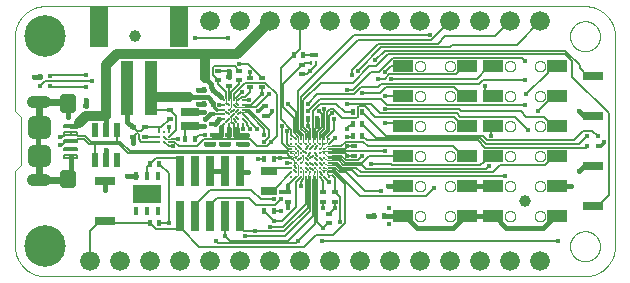
<source format=gtl>
G75*
%MOIN*%
%OFA0B0*%
%FSLAX25Y25*%
%IPPOS*%
%LPD*%
%AMOC8*
5,1,8,0,0,1.08239X$1,22.5*
%
%ADD10C,0.00000*%
%ADD11C,0.03937*%
%ADD12C,0.13843*%
%ADD13C,0.06600*%
%ADD14R,0.03937X0.18110*%
%ADD15R,0.06299X0.13386*%
%ADD16C,0.00709*%
%ADD17R,0.01575X0.01969*%
%ADD18R,0.01969X0.01575*%
%ADD19R,0.01772X0.01772*%
%ADD20R,0.06299X0.03150*%
%ADD21R,0.05512X0.02756*%
%ADD22R,0.02500X0.10000*%
%ADD23R,0.06600X0.04000*%
%ADD24R,0.02756X0.01575*%
%ADD25R,0.00984X0.01575*%
%ADD26R,0.01811X0.02795*%
%ADD27R,0.09409X0.06299*%
%ADD28R,0.02165X0.04724*%
%ADD29R,0.06693X0.03150*%
%ADD30C,0.04000*%
%ADD31C,0.00787*%
%ADD32C,0.02756*%
%ADD33C,0.03740*%
%ADD34C,0.00500*%
%ADD35C,0.01551*%
%ADD36C,0.00945*%
%ADD37C,0.01600*%
%ADD38C,0.01200*%
%ADD39C,0.02400*%
%ADD40C,0.01000*%
%ADD41C,0.00301*%
%ADD42C,0.00295*%
%ADD43C,0.03200*%
D10*
X0044595Y0120262D02*
X0224595Y0120262D01*
X0219595Y0130262D02*
X0219597Y0130403D01*
X0219603Y0130544D01*
X0219613Y0130684D01*
X0219627Y0130824D01*
X0219645Y0130964D01*
X0219666Y0131103D01*
X0219692Y0131242D01*
X0219721Y0131380D01*
X0219755Y0131516D01*
X0219792Y0131652D01*
X0219833Y0131787D01*
X0219878Y0131921D01*
X0219927Y0132053D01*
X0219979Y0132184D01*
X0220035Y0132313D01*
X0220095Y0132440D01*
X0220158Y0132566D01*
X0220224Y0132690D01*
X0220295Y0132813D01*
X0220368Y0132933D01*
X0220445Y0133051D01*
X0220525Y0133167D01*
X0220609Y0133280D01*
X0220695Y0133391D01*
X0220785Y0133500D01*
X0220878Y0133606D01*
X0220973Y0133709D01*
X0221072Y0133810D01*
X0221173Y0133908D01*
X0221277Y0134003D01*
X0221384Y0134095D01*
X0221493Y0134184D01*
X0221605Y0134269D01*
X0221719Y0134352D01*
X0221835Y0134432D01*
X0221954Y0134508D01*
X0222075Y0134580D01*
X0222197Y0134650D01*
X0222322Y0134715D01*
X0222448Y0134778D01*
X0222576Y0134836D01*
X0222706Y0134891D01*
X0222837Y0134943D01*
X0222970Y0134990D01*
X0223104Y0135034D01*
X0223239Y0135075D01*
X0223375Y0135111D01*
X0223512Y0135143D01*
X0223650Y0135172D01*
X0223788Y0135197D01*
X0223928Y0135217D01*
X0224068Y0135234D01*
X0224208Y0135247D01*
X0224349Y0135256D01*
X0224489Y0135261D01*
X0224630Y0135262D01*
X0224771Y0135259D01*
X0224912Y0135252D01*
X0225052Y0135241D01*
X0225192Y0135226D01*
X0225332Y0135207D01*
X0225471Y0135185D01*
X0225609Y0135158D01*
X0225747Y0135128D01*
X0225883Y0135093D01*
X0226019Y0135055D01*
X0226153Y0135013D01*
X0226287Y0134967D01*
X0226419Y0134918D01*
X0226549Y0134864D01*
X0226678Y0134807D01*
X0226805Y0134747D01*
X0226931Y0134683D01*
X0227054Y0134615D01*
X0227176Y0134544D01*
X0227296Y0134470D01*
X0227413Y0134392D01*
X0227528Y0134311D01*
X0227641Y0134227D01*
X0227752Y0134140D01*
X0227860Y0134049D01*
X0227965Y0133956D01*
X0228068Y0133859D01*
X0228168Y0133760D01*
X0228265Y0133658D01*
X0228359Y0133553D01*
X0228450Y0133446D01*
X0228538Y0133336D01*
X0228623Y0133224D01*
X0228705Y0133109D01*
X0228784Y0132992D01*
X0228859Y0132873D01*
X0228931Y0132752D01*
X0228999Y0132629D01*
X0229064Y0132504D01*
X0229126Y0132377D01*
X0229183Y0132248D01*
X0229238Y0132118D01*
X0229288Y0131987D01*
X0229335Y0131854D01*
X0229378Y0131720D01*
X0229417Y0131584D01*
X0229452Y0131448D01*
X0229484Y0131311D01*
X0229511Y0131173D01*
X0229535Y0131034D01*
X0229555Y0130894D01*
X0229571Y0130754D01*
X0229583Y0130614D01*
X0229591Y0130473D01*
X0229595Y0130332D01*
X0229595Y0130192D01*
X0229591Y0130051D01*
X0229583Y0129910D01*
X0229571Y0129770D01*
X0229555Y0129630D01*
X0229535Y0129490D01*
X0229511Y0129351D01*
X0229484Y0129213D01*
X0229452Y0129076D01*
X0229417Y0128940D01*
X0229378Y0128804D01*
X0229335Y0128670D01*
X0229288Y0128537D01*
X0229238Y0128406D01*
X0229183Y0128276D01*
X0229126Y0128147D01*
X0229064Y0128020D01*
X0228999Y0127895D01*
X0228931Y0127772D01*
X0228859Y0127651D01*
X0228784Y0127532D01*
X0228705Y0127415D01*
X0228623Y0127300D01*
X0228538Y0127188D01*
X0228450Y0127078D01*
X0228359Y0126971D01*
X0228265Y0126866D01*
X0228168Y0126764D01*
X0228068Y0126665D01*
X0227965Y0126568D01*
X0227860Y0126475D01*
X0227752Y0126384D01*
X0227641Y0126297D01*
X0227528Y0126213D01*
X0227413Y0126132D01*
X0227296Y0126054D01*
X0227176Y0125980D01*
X0227054Y0125909D01*
X0226931Y0125841D01*
X0226805Y0125777D01*
X0226678Y0125717D01*
X0226549Y0125660D01*
X0226419Y0125606D01*
X0226287Y0125557D01*
X0226153Y0125511D01*
X0226019Y0125469D01*
X0225883Y0125431D01*
X0225747Y0125396D01*
X0225609Y0125366D01*
X0225471Y0125339D01*
X0225332Y0125317D01*
X0225192Y0125298D01*
X0225052Y0125283D01*
X0224912Y0125272D01*
X0224771Y0125265D01*
X0224630Y0125262D01*
X0224489Y0125263D01*
X0224349Y0125268D01*
X0224208Y0125277D01*
X0224068Y0125290D01*
X0223928Y0125307D01*
X0223788Y0125327D01*
X0223650Y0125352D01*
X0223512Y0125381D01*
X0223375Y0125413D01*
X0223239Y0125449D01*
X0223104Y0125490D01*
X0222970Y0125534D01*
X0222837Y0125581D01*
X0222706Y0125633D01*
X0222576Y0125688D01*
X0222448Y0125746D01*
X0222322Y0125809D01*
X0222197Y0125874D01*
X0222075Y0125944D01*
X0221954Y0126016D01*
X0221835Y0126092D01*
X0221719Y0126172D01*
X0221605Y0126255D01*
X0221493Y0126340D01*
X0221384Y0126429D01*
X0221277Y0126521D01*
X0221173Y0126616D01*
X0221072Y0126714D01*
X0220973Y0126815D01*
X0220878Y0126918D01*
X0220785Y0127024D01*
X0220695Y0127133D01*
X0220609Y0127244D01*
X0220525Y0127357D01*
X0220445Y0127473D01*
X0220368Y0127591D01*
X0220295Y0127711D01*
X0220224Y0127834D01*
X0220158Y0127958D01*
X0220095Y0128084D01*
X0220035Y0128211D01*
X0219979Y0128340D01*
X0219927Y0128471D01*
X0219878Y0128603D01*
X0219833Y0128737D01*
X0219792Y0128872D01*
X0219755Y0129008D01*
X0219721Y0129144D01*
X0219692Y0129282D01*
X0219666Y0129421D01*
X0219645Y0129560D01*
X0219627Y0129700D01*
X0219613Y0129840D01*
X0219603Y0129980D01*
X0219597Y0130121D01*
X0219595Y0130262D01*
X0224595Y0120262D02*
X0224837Y0120265D01*
X0225078Y0120274D01*
X0225319Y0120288D01*
X0225560Y0120309D01*
X0225800Y0120335D01*
X0226040Y0120367D01*
X0226279Y0120405D01*
X0226516Y0120448D01*
X0226753Y0120498D01*
X0226988Y0120553D01*
X0227222Y0120613D01*
X0227454Y0120680D01*
X0227685Y0120751D01*
X0227914Y0120829D01*
X0228141Y0120912D01*
X0228366Y0121000D01*
X0228589Y0121094D01*
X0228809Y0121193D01*
X0229027Y0121298D01*
X0229242Y0121407D01*
X0229455Y0121522D01*
X0229665Y0121642D01*
X0229871Y0121767D01*
X0230075Y0121897D01*
X0230276Y0122032D01*
X0230473Y0122172D01*
X0230667Y0122316D01*
X0230857Y0122465D01*
X0231043Y0122619D01*
X0231226Y0122777D01*
X0231405Y0122939D01*
X0231580Y0123106D01*
X0231751Y0123277D01*
X0231918Y0123452D01*
X0232080Y0123631D01*
X0232238Y0123814D01*
X0232392Y0124000D01*
X0232541Y0124190D01*
X0232685Y0124384D01*
X0232825Y0124581D01*
X0232960Y0124782D01*
X0233090Y0124986D01*
X0233215Y0125192D01*
X0233335Y0125402D01*
X0233450Y0125615D01*
X0233559Y0125830D01*
X0233664Y0126048D01*
X0233763Y0126268D01*
X0233857Y0126491D01*
X0233945Y0126716D01*
X0234028Y0126943D01*
X0234106Y0127172D01*
X0234177Y0127403D01*
X0234244Y0127635D01*
X0234304Y0127869D01*
X0234359Y0128104D01*
X0234409Y0128341D01*
X0234452Y0128578D01*
X0234490Y0128817D01*
X0234522Y0129057D01*
X0234548Y0129297D01*
X0234569Y0129538D01*
X0234583Y0129779D01*
X0234592Y0130020D01*
X0234595Y0130262D01*
X0234595Y0200262D01*
X0219595Y0200262D02*
X0219597Y0200403D01*
X0219603Y0200544D01*
X0219613Y0200684D01*
X0219627Y0200824D01*
X0219645Y0200964D01*
X0219666Y0201103D01*
X0219692Y0201242D01*
X0219721Y0201380D01*
X0219755Y0201516D01*
X0219792Y0201652D01*
X0219833Y0201787D01*
X0219878Y0201921D01*
X0219927Y0202053D01*
X0219979Y0202184D01*
X0220035Y0202313D01*
X0220095Y0202440D01*
X0220158Y0202566D01*
X0220224Y0202690D01*
X0220295Y0202813D01*
X0220368Y0202933D01*
X0220445Y0203051D01*
X0220525Y0203167D01*
X0220609Y0203280D01*
X0220695Y0203391D01*
X0220785Y0203500D01*
X0220878Y0203606D01*
X0220973Y0203709D01*
X0221072Y0203810D01*
X0221173Y0203908D01*
X0221277Y0204003D01*
X0221384Y0204095D01*
X0221493Y0204184D01*
X0221605Y0204269D01*
X0221719Y0204352D01*
X0221835Y0204432D01*
X0221954Y0204508D01*
X0222075Y0204580D01*
X0222197Y0204650D01*
X0222322Y0204715D01*
X0222448Y0204778D01*
X0222576Y0204836D01*
X0222706Y0204891D01*
X0222837Y0204943D01*
X0222970Y0204990D01*
X0223104Y0205034D01*
X0223239Y0205075D01*
X0223375Y0205111D01*
X0223512Y0205143D01*
X0223650Y0205172D01*
X0223788Y0205197D01*
X0223928Y0205217D01*
X0224068Y0205234D01*
X0224208Y0205247D01*
X0224349Y0205256D01*
X0224489Y0205261D01*
X0224630Y0205262D01*
X0224771Y0205259D01*
X0224912Y0205252D01*
X0225052Y0205241D01*
X0225192Y0205226D01*
X0225332Y0205207D01*
X0225471Y0205185D01*
X0225609Y0205158D01*
X0225747Y0205128D01*
X0225883Y0205093D01*
X0226019Y0205055D01*
X0226153Y0205013D01*
X0226287Y0204967D01*
X0226419Y0204918D01*
X0226549Y0204864D01*
X0226678Y0204807D01*
X0226805Y0204747D01*
X0226931Y0204683D01*
X0227054Y0204615D01*
X0227176Y0204544D01*
X0227296Y0204470D01*
X0227413Y0204392D01*
X0227528Y0204311D01*
X0227641Y0204227D01*
X0227752Y0204140D01*
X0227860Y0204049D01*
X0227965Y0203956D01*
X0228068Y0203859D01*
X0228168Y0203760D01*
X0228265Y0203658D01*
X0228359Y0203553D01*
X0228450Y0203446D01*
X0228538Y0203336D01*
X0228623Y0203224D01*
X0228705Y0203109D01*
X0228784Y0202992D01*
X0228859Y0202873D01*
X0228931Y0202752D01*
X0228999Y0202629D01*
X0229064Y0202504D01*
X0229126Y0202377D01*
X0229183Y0202248D01*
X0229238Y0202118D01*
X0229288Y0201987D01*
X0229335Y0201854D01*
X0229378Y0201720D01*
X0229417Y0201584D01*
X0229452Y0201448D01*
X0229484Y0201311D01*
X0229511Y0201173D01*
X0229535Y0201034D01*
X0229555Y0200894D01*
X0229571Y0200754D01*
X0229583Y0200614D01*
X0229591Y0200473D01*
X0229595Y0200332D01*
X0229595Y0200192D01*
X0229591Y0200051D01*
X0229583Y0199910D01*
X0229571Y0199770D01*
X0229555Y0199630D01*
X0229535Y0199490D01*
X0229511Y0199351D01*
X0229484Y0199213D01*
X0229452Y0199076D01*
X0229417Y0198940D01*
X0229378Y0198804D01*
X0229335Y0198670D01*
X0229288Y0198537D01*
X0229238Y0198406D01*
X0229183Y0198276D01*
X0229126Y0198147D01*
X0229064Y0198020D01*
X0228999Y0197895D01*
X0228931Y0197772D01*
X0228859Y0197651D01*
X0228784Y0197532D01*
X0228705Y0197415D01*
X0228623Y0197300D01*
X0228538Y0197188D01*
X0228450Y0197078D01*
X0228359Y0196971D01*
X0228265Y0196866D01*
X0228168Y0196764D01*
X0228068Y0196665D01*
X0227965Y0196568D01*
X0227860Y0196475D01*
X0227752Y0196384D01*
X0227641Y0196297D01*
X0227528Y0196213D01*
X0227413Y0196132D01*
X0227296Y0196054D01*
X0227176Y0195980D01*
X0227054Y0195909D01*
X0226931Y0195841D01*
X0226805Y0195777D01*
X0226678Y0195717D01*
X0226549Y0195660D01*
X0226419Y0195606D01*
X0226287Y0195557D01*
X0226153Y0195511D01*
X0226019Y0195469D01*
X0225883Y0195431D01*
X0225747Y0195396D01*
X0225609Y0195366D01*
X0225471Y0195339D01*
X0225332Y0195317D01*
X0225192Y0195298D01*
X0225052Y0195283D01*
X0224912Y0195272D01*
X0224771Y0195265D01*
X0224630Y0195262D01*
X0224489Y0195263D01*
X0224349Y0195268D01*
X0224208Y0195277D01*
X0224068Y0195290D01*
X0223928Y0195307D01*
X0223788Y0195327D01*
X0223650Y0195352D01*
X0223512Y0195381D01*
X0223375Y0195413D01*
X0223239Y0195449D01*
X0223104Y0195490D01*
X0222970Y0195534D01*
X0222837Y0195581D01*
X0222706Y0195633D01*
X0222576Y0195688D01*
X0222448Y0195746D01*
X0222322Y0195809D01*
X0222197Y0195874D01*
X0222075Y0195944D01*
X0221954Y0196016D01*
X0221835Y0196092D01*
X0221719Y0196172D01*
X0221605Y0196255D01*
X0221493Y0196340D01*
X0221384Y0196429D01*
X0221277Y0196521D01*
X0221173Y0196616D01*
X0221072Y0196714D01*
X0220973Y0196815D01*
X0220878Y0196918D01*
X0220785Y0197024D01*
X0220695Y0197133D01*
X0220609Y0197244D01*
X0220525Y0197357D01*
X0220445Y0197473D01*
X0220368Y0197591D01*
X0220295Y0197711D01*
X0220224Y0197834D01*
X0220158Y0197958D01*
X0220095Y0198084D01*
X0220035Y0198211D01*
X0219979Y0198340D01*
X0219927Y0198471D01*
X0219878Y0198603D01*
X0219833Y0198737D01*
X0219792Y0198872D01*
X0219755Y0199008D01*
X0219721Y0199144D01*
X0219692Y0199282D01*
X0219666Y0199421D01*
X0219645Y0199560D01*
X0219627Y0199700D01*
X0219613Y0199840D01*
X0219603Y0199980D01*
X0219597Y0200121D01*
X0219595Y0200262D01*
X0224595Y0210262D02*
X0224837Y0210259D01*
X0225078Y0210250D01*
X0225319Y0210236D01*
X0225560Y0210215D01*
X0225800Y0210189D01*
X0226040Y0210157D01*
X0226279Y0210119D01*
X0226516Y0210076D01*
X0226753Y0210026D01*
X0226988Y0209971D01*
X0227222Y0209911D01*
X0227454Y0209844D01*
X0227685Y0209773D01*
X0227914Y0209695D01*
X0228141Y0209612D01*
X0228366Y0209524D01*
X0228589Y0209430D01*
X0228809Y0209331D01*
X0229027Y0209226D01*
X0229242Y0209117D01*
X0229455Y0209002D01*
X0229665Y0208882D01*
X0229871Y0208757D01*
X0230075Y0208627D01*
X0230276Y0208492D01*
X0230473Y0208352D01*
X0230667Y0208208D01*
X0230857Y0208059D01*
X0231043Y0207905D01*
X0231226Y0207747D01*
X0231405Y0207585D01*
X0231580Y0207418D01*
X0231751Y0207247D01*
X0231918Y0207072D01*
X0232080Y0206893D01*
X0232238Y0206710D01*
X0232392Y0206524D01*
X0232541Y0206334D01*
X0232685Y0206140D01*
X0232825Y0205943D01*
X0232960Y0205742D01*
X0233090Y0205538D01*
X0233215Y0205332D01*
X0233335Y0205122D01*
X0233450Y0204909D01*
X0233559Y0204694D01*
X0233664Y0204476D01*
X0233763Y0204256D01*
X0233857Y0204033D01*
X0233945Y0203808D01*
X0234028Y0203581D01*
X0234106Y0203352D01*
X0234177Y0203121D01*
X0234244Y0202889D01*
X0234304Y0202655D01*
X0234359Y0202420D01*
X0234409Y0202183D01*
X0234452Y0201946D01*
X0234490Y0201707D01*
X0234522Y0201467D01*
X0234548Y0201227D01*
X0234569Y0200986D01*
X0234583Y0200745D01*
X0234592Y0200504D01*
X0234595Y0200262D01*
X0224595Y0210262D02*
X0044595Y0210262D01*
X0044353Y0210259D01*
X0044112Y0210250D01*
X0043871Y0210236D01*
X0043630Y0210215D01*
X0043390Y0210189D01*
X0043150Y0210157D01*
X0042911Y0210119D01*
X0042674Y0210076D01*
X0042437Y0210026D01*
X0042202Y0209971D01*
X0041968Y0209911D01*
X0041736Y0209844D01*
X0041505Y0209773D01*
X0041276Y0209695D01*
X0041049Y0209612D01*
X0040824Y0209524D01*
X0040601Y0209430D01*
X0040381Y0209331D01*
X0040163Y0209226D01*
X0039948Y0209117D01*
X0039735Y0209002D01*
X0039525Y0208882D01*
X0039319Y0208757D01*
X0039115Y0208627D01*
X0038914Y0208492D01*
X0038717Y0208352D01*
X0038523Y0208208D01*
X0038333Y0208059D01*
X0038147Y0207905D01*
X0037964Y0207747D01*
X0037785Y0207585D01*
X0037610Y0207418D01*
X0037439Y0207247D01*
X0037272Y0207072D01*
X0037110Y0206893D01*
X0036952Y0206710D01*
X0036798Y0206524D01*
X0036649Y0206334D01*
X0036505Y0206140D01*
X0036365Y0205943D01*
X0036230Y0205742D01*
X0036100Y0205538D01*
X0035975Y0205332D01*
X0035855Y0205122D01*
X0035740Y0204909D01*
X0035631Y0204694D01*
X0035526Y0204476D01*
X0035427Y0204256D01*
X0035333Y0204033D01*
X0035245Y0203808D01*
X0035162Y0203581D01*
X0035084Y0203352D01*
X0035013Y0203121D01*
X0034946Y0202889D01*
X0034886Y0202655D01*
X0034831Y0202420D01*
X0034781Y0202183D01*
X0034738Y0201946D01*
X0034700Y0201707D01*
X0034668Y0201467D01*
X0034642Y0201227D01*
X0034621Y0200986D01*
X0034607Y0200745D01*
X0034598Y0200504D01*
X0034595Y0200262D01*
X0034595Y0175262D01*
X0036595Y0173262D01*
X0036595Y0157262D01*
X0034595Y0155262D01*
X0034595Y0130262D01*
X0034598Y0130020D01*
X0034607Y0129779D01*
X0034621Y0129538D01*
X0034642Y0129297D01*
X0034668Y0129057D01*
X0034700Y0128817D01*
X0034738Y0128578D01*
X0034781Y0128341D01*
X0034831Y0128104D01*
X0034886Y0127869D01*
X0034946Y0127635D01*
X0035013Y0127403D01*
X0035084Y0127172D01*
X0035162Y0126943D01*
X0035245Y0126716D01*
X0035333Y0126491D01*
X0035427Y0126268D01*
X0035526Y0126048D01*
X0035631Y0125830D01*
X0035740Y0125615D01*
X0035855Y0125402D01*
X0035975Y0125192D01*
X0036100Y0124986D01*
X0036230Y0124782D01*
X0036365Y0124581D01*
X0036505Y0124384D01*
X0036649Y0124190D01*
X0036798Y0124000D01*
X0036952Y0123814D01*
X0037110Y0123631D01*
X0037272Y0123452D01*
X0037439Y0123277D01*
X0037610Y0123106D01*
X0037785Y0122939D01*
X0037964Y0122777D01*
X0038147Y0122619D01*
X0038333Y0122465D01*
X0038523Y0122316D01*
X0038717Y0122172D01*
X0038914Y0122032D01*
X0039115Y0121897D01*
X0039319Y0121767D01*
X0039525Y0121642D01*
X0039735Y0121522D01*
X0039948Y0121407D01*
X0040163Y0121298D01*
X0040381Y0121193D01*
X0040601Y0121094D01*
X0040824Y0121000D01*
X0041049Y0120912D01*
X0041276Y0120829D01*
X0041505Y0120751D01*
X0041736Y0120680D01*
X0041968Y0120613D01*
X0042202Y0120553D01*
X0042437Y0120498D01*
X0042674Y0120448D01*
X0042911Y0120405D01*
X0043150Y0120367D01*
X0043390Y0120335D01*
X0043630Y0120309D01*
X0043871Y0120288D01*
X0044112Y0120274D01*
X0044353Y0120265D01*
X0044595Y0120262D01*
X0167845Y0140262D02*
X0167847Y0140345D01*
X0167853Y0140428D01*
X0167863Y0140511D01*
X0167877Y0140593D01*
X0167894Y0140675D01*
X0167916Y0140755D01*
X0167941Y0140834D01*
X0167970Y0140912D01*
X0168003Y0140989D01*
X0168040Y0141064D01*
X0168079Y0141137D01*
X0168123Y0141208D01*
X0168169Y0141277D01*
X0168219Y0141344D01*
X0168272Y0141408D01*
X0168328Y0141470D01*
X0168387Y0141529D01*
X0168449Y0141585D01*
X0168513Y0141638D01*
X0168580Y0141688D01*
X0168649Y0141734D01*
X0168720Y0141778D01*
X0168793Y0141817D01*
X0168868Y0141854D01*
X0168945Y0141887D01*
X0169023Y0141916D01*
X0169102Y0141941D01*
X0169182Y0141963D01*
X0169264Y0141980D01*
X0169346Y0141994D01*
X0169429Y0142004D01*
X0169512Y0142010D01*
X0169595Y0142012D01*
X0169678Y0142010D01*
X0169761Y0142004D01*
X0169844Y0141994D01*
X0169926Y0141980D01*
X0170008Y0141963D01*
X0170088Y0141941D01*
X0170167Y0141916D01*
X0170245Y0141887D01*
X0170322Y0141854D01*
X0170397Y0141817D01*
X0170470Y0141778D01*
X0170541Y0141734D01*
X0170610Y0141688D01*
X0170677Y0141638D01*
X0170741Y0141585D01*
X0170803Y0141529D01*
X0170862Y0141470D01*
X0170918Y0141408D01*
X0170971Y0141344D01*
X0171021Y0141277D01*
X0171067Y0141208D01*
X0171111Y0141137D01*
X0171150Y0141064D01*
X0171187Y0140989D01*
X0171220Y0140912D01*
X0171249Y0140834D01*
X0171274Y0140755D01*
X0171296Y0140675D01*
X0171313Y0140593D01*
X0171327Y0140511D01*
X0171337Y0140428D01*
X0171343Y0140345D01*
X0171345Y0140262D01*
X0171343Y0140179D01*
X0171337Y0140096D01*
X0171327Y0140013D01*
X0171313Y0139931D01*
X0171296Y0139849D01*
X0171274Y0139769D01*
X0171249Y0139690D01*
X0171220Y0139612D01*
X0171187Y0139535D01*
X0171150Y0139460D01*
X0171111Y0139387D01*
X0171067Y0139316D01*
X0171021Y0139247D01*
X0170971Y0139180D01*
X0170918Y0139116D01*
X0170862Y0139054D01*
X0170803Y0138995D01*
X0170741Y0138939D01*
X0170677Y0138886D01*
X0170610Y0138836D01*
X0170541Y0138790D01*
X0170470Y0138746D01*
X0170397Y0138707D01*
X0170322Y0138670D01*
X0170245Y0138637D01*
X0170167Y0138608D01*
X0170088Y0138583D01*
X0170008Y0138561D01*
X0169926Y0138544D01*
X0169844Y0138530D01*
X0169761Y0138520D01*
X0169678Y0138514D01*
X0169595Y0138512D01*
X0169512Y0138514D01*
X0169429Y0138520D01*
X0169346Y0138530D01*
X0169264Y0138544D01*
X0169182Y0138561D01*
X0169102Y0138583D01*
X0169023Y0138608D01*
X0168945Y0138637D01*
X0168868Y0138670D01*
X0168793Y0138707D01*
X0168720Y0138746D01*
X0168649Y0138790D01*
X0168580Y0138836D01*
X0168513Y0138886D01*
X0168449Y0138939D01*
X0168387Y0138995D01*
X0168328Y0139054D01*
X0168272Y0139116D01*
X0168219Y0139180D01*
X0168169Y0139247D01*
X0168123Y0139316D01*
X0168079Y0139387D01*
X0168040Y0139460D01*
X0168003Y0139535D01*
X0167970Y0139612D01*
X0167941Y0139690D01*
X0167916Y0139769D01*
X0167894Y0139849D01*
X0167877Y0139931D01*
X0167863Y0140013D01*
X0167853Y0140096D01*
X0167847Y0140179D01*
X0167845Y0140262D01*
X0177845Y0140262D02*
X0177847Y0140345D01*
X0177853Y0140428D01*
X0177863Y0140511D01*
X0177877Y0140593D01*
X0177894Y0140675D01*
X0177916Y0140755D01*
X0177941Y0140834D01*
X0177970Y0140912D01*
X0178003Y0140989D01*
X0178040Y0141064D01*
X0178079Y0141137D01*
X0178123Y0141208D01*
X0178169Y0141277D01*
X0178219Y0141344D01*
X0178272Y0141408D01*
X0178328Y0141470D01*
X0178387Y0141529D01*
X0178449Y0141585D01*
X0178513Y0141638D01*
X0178580Y0141688D01*
X0178649Y0141734D01*
X0178720Y0141778D01*
X0178793Y0141817D01*
X0178868Y0141854D01*
X0178945Y0141887D01*
X0179023Y0141916D01*
X0179102Y0141941D01*
X0179182Y0141963D01*
X0179264Y0141980D01*
X0179346Y0141994D01*
X0179429Y0142004D01*
X0179512Y0142010D01*
X0179595Y0142012D01*
X0179678Y0142010D01*
X0179761Y0142004D01*
X0179844Y0141994D01*
X0179926Y0141980D01*
X0180008Y0141963D01*
X0180088Y0141941D01*
X0180167Y0141916D01*
X0180245Y0141887D01*
X0180322Y0141854D01*
X0180397Y0141817D01*
X0180470Y0141778D01*
X0180541Y0141734D01*
X0180610Y0141688D01*
X0180677Y0141638D01*
X0180741Y0141585D01*
X0180803Y0141529D01*
X0180862Y0141470D01*
X0180918Y0141408D01*
X0180971Y0141344D01*
X0181021Y0141277D01*
X0181067Y0141208D01*
X0181111Y0141137D01*
X0181150Y0141064D01*
X0181187Y0140989D01*
X0181220Y0140912D01*
X0181249Y0140834D01*
X0181274Y0140755D01*
X0181296Y0140675D01*
X0181313Y0140593D01*
X0181327Y0140511D01*
X0181337Y0140428D01*
X0181343Y0140345D01*
X0181345Y0140262D01*
X0181343Y0140179D01*
X0181337Y0140096D01*
X0181327Y0140013D01*
X0181313Y0139931D01*
X0181296Y0139849D01*
X0181274Y0139769D01*
X0181249Y0139690D01*
X0181220Y0139612D01*
X0181187Y0139535D01*
X0181150Y0139460D01*
X0181111Y0139387D01*
X0181067Y0139316D01*
X0181021Y0139247D01*
X0180971Y0139180D01*
X0180918Y0139116D01*
X0180862Y0139054D01*
X0180803Y0138995D01*
X0180741Y0138939D01*
X0180677Y0138886D01*
X0180610Y0138836D01*
X0180541Y0138790D01*
X0180470Y0138746D01*
X0180397Y0138707D01*
X0180322Y0138670D01*
X0180245Y0138637D01*
X0180167Y0138608D01*
X0180088Y0138583D01*
X0180008Y0138561D01*
X0179926Y0138544D01*
X0179844Y0138530D01*
X0179761Y0138520D01*
X0179678Y0138514D01*
X0179595Y0138512D01*
X0179512Y0138514D01*
X0179429Y0138520D01*
X0179346Y0138530D01*
X0179264Y0138544D01*
X0179182Y0138561D01*
X0179102Y0138583D01*
X0179023Y0138608D01*
X0178945Y0138637D01*
X0178868Y0138670D01*
X0178793Y0138707D01*
X0178720Y0138746D01*
X0178649Y0138790D01*
X0178580Y0138836D01*
X0178513Y0138886D01*
X0178449Y0138939D01*
X0178387Y0138995D01*
X0178328Y0139054D01*
X0178272Y0139116D01*
X0178219Y0139180D01*
X0178169Y0139247D01*
X0178123Y0139316D01*
X0178079Y0139387D01*
X0178040Y0139460D01*
X0178003Y0139535D01*
X0177970Y0139612D01*
X0177941Y0139690D01*
X0177916Y0139769D01*
X0177894Y0139849D01*
X0177877Y0139931D01*
X0177863Y0140013D01*
X0177853Y0140096D01*
X0177847Y0140179D01*
X0177845Y0140262D01*
X0177845Y0150262D02*
X0177847Y0150345D01*
X0177853Y0150428D01*
X0177863Y0150511D01*
X0177877Y0150593D01*
X0177894Y0150675D01*
X0177916Y0150755D01*
X0177941Y0150834D01*
X0177970Y0150912D01*
X0178003Y0150989D01*
X0178040Y0151064D01*
X0178079Y0151137D01*
X0178123Y0151208D01*
X0178169Y0151277D01*
X0178219Y0151344D01*
X0178272Y0151408D01*
X0178328Y0151470D01*
X0178387Y0151529D01*
X0178449Y0151585D01*
X0178513Y0151638D01*
X0178580Y0151688D01*
X0178649Y0151734D01*
X0178720Y0151778D01*
X0178793Y0151817D01*
X0178868Y0151854D01*
X0178945Y0151887D01*
X0179023Y0151916D01*
X0179102Y0151941D01*
X0179182Y0151963D01*
X0179264Y0151980D01*
X0179346Y0151994D01*
X0179429Y0152004D01*
X0179512Y0152010D01*
X0179595Y0152012D01*
X0179678Y0152010D01*
X0179761Y0152004D01*
X0179844Y0151994D01*
X0179926Y0151980D01*
X0180008Y0151963D01*
X0180088Y0151941D01*
X0180167Y0151916D01*
X0180245Y0151887D01*
X0180322Y0151854D01*
X0180397Y0151817D01*
X0180470Y0151778D01*
X0180541Y0151734D01*
X0180610Y0151688D01*
X0180677Y0151638D01*
X0180741Y0151585D01*
X0180803Y0151529D01*
X0180862Y0151470D01*
X0180918Y0151408D01*
X0180971Y0151344D01*
X0181021Y0151277D01*
X0181067Y0151208D01*
X0181111Y0151137D01*
X0181150Y0151064D01*
X0181187Y0150989D01*
X0181220Y0150912D01*
X0181249Y0150834D01*
X0181274Y0150755D01*
X0181296Y0150675D01*
X0181313Y0150593D01*
X0181327Y0150511D01*
X0181337Y0150428D01*
X0181343Y0150345D01*
X0181345Y0150262D01*
X0181343Y0150179D01*
X0181337Y0150096D01*
X0181327Y0150013D01*
X0181313Y0149931D01*
X0181296Y0149849D01*
X0181274Y0149769D01*
X0181249Y0149690D01*
X0181220Y0149612D01*
X0181187Y0149535D01*
X0181150Y0149460D01*
X0181111Y0149387D01*
X0181067Y0149316D01*
X0181021Y0149247D01*
X0180971Y0149180D01*
X0180918Y0149116D01*
X0180862Y0149054D01*
X0180803Y0148995D01*
X0180741Y0148939D01*
X0180677Y0148886D01*
X0180610Y0148836D01*
X0180541Y0148790D01*
X0180470Y0148746D01*
X0180397Y0148707D01*
X0180322Y0148670D01*
X0180245Y0148637D01*
X0180167Y0148608D01*
X0180088Y0148583D01*
X0180008Y0148561D01*
X0179926Y0148544D01*
X0179844Y0148530D01*
X0179761Y0148520D01*
X0179678Y0148514D01*
X0179595Y0148512D01*
X0179512Y0148514D01*
X0179429Y0148520D01*
X0179346Y0148530D01*
X0179264Y0148544D01*
X0179182Y0148561D01*
X0179102Y0148583D01*
X0179023Y0148608D01*
X0178945Y0148637D01*
X0178868Y0148670D01*
X0178793Y0148707D01*
X0178720Y0148746D01*
X0178649Y0148790D01*
X0178580Y0148836D01*
X0178513Y0148886D01*
X0178449Y0148939D01*
X0178387Y0148995D01*
X0178328Y0149054D01*
X0178272Y0149116D01*
X0178219Y0149180D01*
X0178169Y0149247D01*
X0178123Y0149316D01*
X0178079Y0149387D01*
X0178040Y0149460D01*
X0178003Y0149535D01*
X0177970Y0149612D01*
X0177941Y0149690D01*
X0177916Y0149769D01*
X0177894Y0149849D01*
X0177877Y0149931D01*
X0177863Y0150013D01*
X0177853Y0150096D01*
X0177847Y0150179D01*
X0177845Y0150262D01*
X0167845Y0150262D02*
X0167847Y0150345D01*
X0167853Y0150428D01*
X0167863Y0150511D01*
X0167877Y0150593D01*
X0167894Y0150675D01*
X0167916Y0150755D01*
X0167941Y0150834D01*
X0167970Y0150912D01*
X0168003Y0150989D01*
X0168040Y0151064D01*
X0168079Y0151137D01*
X0168123Y0151208D01*
X0168169Y0151277D01*
X0168219Y0151344D01*
X0168272Y0151408D01*
X0168328Y0151470D01*
X0168387Y0151529D01*
X0168449Y0151585D01*
X0168513Y0151638D01*
X0168580Y0151688D01*
X0168649Y0151734D01*
X0168720Y0151778D01*
X0168793Y0151817D01*
X0168868Y0151854D01*
X0168945Y0151887D01*
X0169023Y0151916D01*
X0169102Y0151941D01*
X0169182Y0151963D01*
X0169264Y0151980D01*
X0169346Y0151994D01*
X0169429Y0152004D01*
X0169512Y0152010D01*
X0169595Y0152012D01*
X0169678Y0152010D01*
X0169761Y0152004D01*
X0169844Y0151994D01*
X0169926Y0151980D01*
X0170008Y0151963D01*
X0170088Y0151941D01*
X0170167Y0151916D01*
X0170245Y0151887D01*
X0170322Y0151854D01*
X0170397Y0151817D01*
X0170470Y0151778D01*
X0170541Y0151734D01*
X0170610Y0151688D01*
X0170677Y0151638D01*
X0170741Y0151585D01*
X0170803Y0151529D01*
X0170862Y0151470D01*
X0170918Y0151408D01*
X0170971Y0151344D01*
X0171021Y0151277D01*
X0171067Y0151208D01*
X0171111Y0151137D01*
X0171150Y0151064D01*
X0171187Y0150989D01*
X0171220Y0150912D01*
X0171249Y0150834D01*
X0171274Y0150755D01*
X0171296Y0150675D01*
X0171313Y0150593D01*
X0171327Y0150511D01*
X0171337Y0150428D01*
X0171343Y0150345D01*
X0171345Y0150262D01*
X0171343Y0150179D01*
X0171337Y0150096D01*
X0171327Y0150013D01*
X0171313Y0149931D01*
X0171296Y0149849D01*
X0171274Y0149769D01*
X0171249Y0149690D01*
X0171220Y0149612D01*
X0171187Y0149535D01*
X0171150Y0149460D01*
X0171111Y0149387D01*
X0171067Y0149316D01*
X0171021Y0149247D01*
X0170971Y0149180D01*
X0170918Y0149116D01*
X0170862Y0149054D01*
X0170803Y0148995D01*
X0170741Y0148939D01*
X0170677Y0148886D01*
X0170610Y0148836D01*
X0170541Y0148790D01*
X0170470Y0148746D01*
X0170397Y0148707D01*
X0170322Y0148670D01*
X0170245Y0148637D01*
X0170167Y0148608D01*
X0170088Y0148583D01*
X0170008Y0148561D01*
X0169926Y0148544D01*
X0169844Y0148530D01*
X0169761Y0148520D01*
X0169678Y0148514D01*
X0169595Y0148512D01*
X0169512Y0148514D01*
X0169429Y0148520D01*
X0169346Y0148530D01*
X0169264Y0148544D01*
X0169182Y0148561D01*
X0169102Y0148583D01*
X0169023Y0148608D01*
X0168945Y0148637D01*
X0168868Y0148670D01*
X0168793Y0148707D01*
X0168720Y0148746D01*
X0168649Y0148790D01*
X0168580Y0148836D01*
X0168513Y0148886D01*
X0168449Y0148939D01*
X0168387Y0148995D01*
X0168328Y0149054D01*
X0168272Y0149116D01*
X0168219Y0149180D01*
X0168169Y0149247D01*
X0168123Y0149316D01*
X0168079Y0149387D01*
X0168040Y0149460D01*
X0168003Y0149535D01*
X0167970Y0149612D01*
X0167941Y0149690D01*
X0167916Y0149769D01*
X0167894Y0149849D01*
X0167877Y0149931D01*
X0167863Y0150013D01*
X0167853Y0150096D01*
X0167847Y0150179D01*
X0167845Y0150262D01*
X0167845Y0160262D02*
X0167847Y0160345D01*
X0167853Y0160428D01*
X0167863Y0160511D01*
X0167877Y0160593D01*
X0167894Y0160675D01*
X0167916Y0160755D01*
X0167941Y0160834D01*
X0167970Y0160912D01*
X0168003Y0160989D01*
X0168040Y0161064D01*
X0168079Y0161137D01*
X0168123Y0161208D01*
X0168169Y0161277D01*
X0168219Y0161344D01*
X0168272Y0161408D01*
X0168328Y0161470D01*
X0168387Y0161529D01*
X0168449Y0161585D01*
X0168513Y0161638D01*
X0168580Y0161688D01*
X0168649Y0161734D01*
X0168720Y0161778D01*
X0168793Y0161817D01*
X0168868Y0161854D01*
X0168945Y0161887D01*
X0169023Y0161916D01*
X0169102Y0161941D01*
X0169182Y0161963D01*
X0169264Y0161980D01*
X0169346Y0161994D01*
X0169429Y0162004D01*
X0169512Y0162010D01*
X0169595Y0162012D01*
X0169678Y0162010D01*
X0169761Y0162004D01*
X0169844Y0161994D01*
X0169926Y0161980D01*
X0170008Y0161963D01*
X0170088Y0161941D01*
X0170167Y0161916D01*
X0170245Y0161887D01*
X0170322Y0161854D01*
X0170397Y0161817D01*
X0170470Y0161778D01*
X0170541Y0161734D01*
X0170610Y0161688D01*
X0170677Y0161638D01*
X0170741Y0161585D01*
X0170803Y0161529D01*
X0170862Y0161470D01*
X0170918Y0161408D01*
X0170971Y0161344D01*
X0171021Y0161277D01*
X0171067Y0161208D01*
X0171111Y0161137D01*
X0171150Y0161064D01*
X0171187Y0160989D01*
X0171220Y0160912D01*
X0171249Y0160834D01*
X0171274Y0160755D01*
X0171296Y0160675D01*
X0171313Y0160593D01*
X0171327Y0160511D01*
X0171337Y0160428D01*
X0171343Y0160345D01*
X0171345Y0160262D01*
X0171343Y0160179D01*
X0171337Y0160096D01*
X0171327Y0160013D01*
X0171313Y0159931D01*
X0171296Y0159849D01*
X0171274Y0159769D01*
X0171249Y0159690D01*
X0171220Y0159612D01*
X0171187Y0159535D01*
X0171150Y0159460D01*
X0171111Y0159387D01*
X0171067Y0159316D01*
X0171021Y0159247D01*
X0170971Y0159180D01*
X0170918Y0159116D01*
X0170862Y0159054D01*
X0170803Y0158995D01*
X0170741Y0158939D01*
X0170677Y0158886D01*
X0170610Y0158836D01*
X0170541Y0158790D01*
X0170470Y0158746D01*
X0170397Y0158707D01*
X0170322Y0158670D01*
X0170245Y0158637D01*
X0170167Y0158608D01*
X0170088Y0158583D01*
X0170008Y0158561D01*
X0169926Y0158544D01*
X0169844Y0158530D01*
X0169761Y0158520D01*
X0169678Y0158514D01*
X0169595Y0158512D01*
X0169512Y0158514D01*
X0169429Y0158520D01*
X0169346Y0158530D01*
X0169264Y0158544D01*
X0169182Y0158561D01*
X0169102Y0158583D01*
X0169023Y0158608D01*
X0168945Y0158637D01*
X0168868Y0158670D01*
X0168793Y0158707D01*
X0168720Y0158746D01*
X0168649Y0158790D01*
X0168580Y0158836D01*
X0168513Y0158886D01*
X0168449Y0158939D01*
X0168387Y0158995D01*
X0168328Y0159054D01*
X0168272Y0159116D01*
X0168219Y0159180D01*
X0168169Y0159247D01*
X0168123Y0159316D01*
X0168079Y0159387D01*
X0168040Y0159460D01*
X0168003Y0159535D01*
X0167970Y0159612D01*
X0167941Y0159690D01*
X0167916Y0159769D01*
X0167894Y0159849D01*
X0167877Y0159931D01*
X0167863Y0160013D01*
X0167853Y0160096D01*
X0167847Y0160179D01*
X0167845Y0160262D01*
X0177845Y0160262D02*
X0177847Y0160345D01*
X0177853Y0160428D01*
X0177863Y0160511D01*
X0177877Y0160593D01*
X0177894Y0160675D01*
X0177916Y0160755D01*
X0177941Y0160834D01*
X0177970Y0160912D01*
X0178003Y0160989D01*
X0178040Y0161064D01*
X0178079Y0161137D01*
X0178123Y0161208D01*
X0178169Y0161277D01*
X0178219Y0161344D01*
X0178272Y0161408D01*
X0178328Y0161470D01*
X0178387Y0161529D01*
X0178449Y0161585D01*
X0178513Y0161638D01*
X0178580Y0161688D01*
X0178649Y0161734D01*
X0178720Y0161778D01*
X0178793Y0161817D01*
X0178868Y0161854D01*
X0178945Y0161887D01*
X0179023Y0161916D01*
X0179102Y0161941D01*
X0179182Y0161963D01*
X0179264Y0161980D01*
X0179346Y0161994D01*
X0179429Y0162004D01*
X0179512Y0162010D01*
X0179595Y0162012D01*
X0179678Y0162010D01*
X0179761Y0162004D01*
X0179844Y0161994D01*
X0179926Y0161980D01*
X0180008Y0161963D01*
X0180088Y0161941D01*
X0180167Y0161916D01*
X0180245Y0161887D01*
X0180322Y0161854D01*
X0180397Y0161817D01*
X0180470Y0161778D01*
X0180541Y0161734D01*
X0180610Y0161688D01*
X0180677Y0161638D01*
X0180741Y0161585D01*
X0180803Y0161529D01*
X0180862Y0161470D01*
X0180918Y0161408D01*
X0180971Y0161344D01*
X0181021Y0161277D01*
X0181067Y0161208D01*
X0181111Y0161137D01*
X0181150Y0161064D01*
X0181187Y0160989D01*
X0181220Y0160912D01*
X0181249Y0160834D01*
X0181274Y0160755D01*
X0181296Y0160675D01*
X0181313Y0160593D01*
X0181327Y0160511D01*
X0181337Y0160428D01*
X0181343Y0160345D01*
X0181345Y0160262D01*
X0181343Y0160179D01*
X0181337Y0160096D01*
X0181327Y0160013D01*
X0181313Y0159931D01*
X0181296Y0159849D01*
X0181274Y0159769D01*
X0181249Y0159690D01*
X0181220Y0159612D01*
X0181187Y0159535D01*
X0181150Y0159460D01*
X0181111Y0159387D01*
X0181067Y0159316D01*
X0181021Y0159247D01*
X0180971Y0159180D01*
X0180918Y0159116D01*
X0180862Y0159054D01*
X0180803Y0158995D01*
X0180741Y0158939D01*
X0180677Y0158886D01*
X0180610Y0158836D01*
X0180541Y0158790D01*
X0180470Y0158746D01*
X0180397Y0158707D01*
X0180322Y0158670D01*
X0180245Y0158637D01*
X0180167Y0158608D01*
X0180088Y0158583D01*
X0180008Y0158561D01*
X0179926Y0158544D01*
X0179844Y0158530D01*
X0179761Y0158520D01*
X0179678Y0158514D01*
X0179595Y0158512D01*
X0179512Y0158514D01*
X0179429Y0158520D01*
X0179346Y0158530D01*
X0179264Y0158544D01*
X0179182Y0158561D01*
X0179102Y0158583D01*
X0179023Y0158608D01*
X0178945Y0158637D01*
X0178868Y0158670D01*
X0178793Y0158707D01*
X0178720Y0158746D01*
X0178649Y0158790D01*
X0178580Y0158836D01*
X0178513Y0158886D01*
X0178449Y0158939D01*
X0178387Y0158995D01*
X0178328Y0159054D01*
X0178272Y0159116D01*
X0178219Y0159180D01*
X0178169Y0159247D01*
X0178123Y0159316D01*
X0178079Y0159387D01*
X0178040Y0159460D01*
X0178003Y0159535D01*
X0177970Y0159612D01*
X0177941Y0159690D01*
X0177916Y0159769D01*
X0177894Y0159849D01*
X0177877Y0159931D01*
X0177863Y0160013D01*
X0177853Y0160096D01*
X0177847Y0160179D01*
X0177845Y0160262D01*
X0177845Y0170262D02*
X0177847Y0170345D01*
X0177853Y0170428D01*
X0177863Y0170511D01*
X0177877Y0170593D01*
X0177894Y0170675D01*
X0177916Y0170755D01*
X0177941Y0170834D01*
X0177970Y0170912D01*
X0178003Y0170989D01*
X0178040Y0171064D01*
X0178079Y0171137D01*
X0178123Y0171208D01*
X0178169Y0171277D01*
X0178219Y0171344D01*
X0178272Y0171408D01*
X0178328Y0171470D01*
X0178387Y0171529D01*
X0178449Y0171585D01*
X0178513Y0171638D01*
X0178580Y0171688D01*
X0178649Y0171734D01*
X0178720Y0171778D01*
X0178793Y0171817D01*
X0178868Y0171854D01*
X0178945Y0171887D01*
X0179023Y0171916D01*
X0179102Y0171941D01*
X0179182Y0171963D01*
X0179264Y0171980D01*
X0179346Y0171994D01*
X0179429Y0172004D01*
X0179512Y0172010D01*
X0179595Y0172012D01*
X0179678Y0172010D01*
X0179761Y0172004D01*
X0179844Y0171994D01*
X0179926Y0171980D01*
X0180008Y0171963D01*
X0180088Y0171941D01*
X0180167Y0171916D01*
X0180245Y0171887D01*
X0180322Y0171854D01*
X0180397Y0171817D01*
X0180470Y0171778D01*
X0180541Y0171734D01*
X0180610Y0171688D01*
X0180677Y0171638D01*
X0180741Y0171585D01*
X0180803Y0171529D01*
X0180862Y0171470D01*
X0180918Y0171408D01*
X0180971Y0171344D01*
X0181021Y0171277D01*
X0181067Y0171208D01*
X0181111Y0171137D01*
X0181150Y0171064D01*
X0181187Y0170989D01*
X0181220Y0170912D01*
X0181249Y0170834D01*
X0181274Y0170755D01*
X0181296Y0170675D01*
X0181313Y0170593D01*
X0181327Y0170511D01*
X0181337Y0170428D01*
X0181343Y0170345D01*
X0181345Y0170262D01*
X0181343Y0170179D01*
X0181337Y0170096D01*
X0181327Y0170013D01*
X0181313Y0169931D01*
X0181296Y0169849D01*
X0181274Y0169769D01*
X0181249Y0169690D01*
X0181220Y0169612D01*
X0181187Y0169535D01*
X0181150Y0169460D01*
X0181111Y0169387D01*
X0181067Y0169316D01*
X0181021Y0169247D01*
X0180971Y0169180D01*
X0180918Y0169116D01*
X0180862Y0169054D01*
X0180803Y0168995D01*
X0180741Y0168939D01*
X0180677Y0168886D01*
X0180610Y0168836D01*
X0180541Y0168790D01*
X0180470Y0168746D01*
X0180397Y0168707D01*
X0180322Y0168670D01*
X0180245Y0168637D01*
X0180167Y0168608D01*
X0180088Y0168583D01*
X0180008Y0168561D01*
X0179926Y0168544D01*
X0179844Y0168530D01*
X0179761Y0168520D01*
X0179678Y0168514D01*
X0179595Y0168512D01*
X0179512Y0168514D01*
X0179429Y0168520D01*
X0179346Y0168530D01*
X0179264Y0168544D01*
X0179182Y0168561D01*
X0179102Y0168583D01*
X0179023Y0168608D01*
X0178945Y0168637D01*
X0178868Y0168670D01*
X0178793Y0168707D01*
X0178720Y0168746D01*
X0178649Y0168790D01*
X0178580Y0168836D01*
X0178513Y0168886D01*
X0178449Y0168939D01*
X0178387Y0168995D01*
X0178328Y0169054D01*
X0178272Y0169116D01*
X0178219Y0169180D01*
X0178169Y0169247D01*
X0178123Y0169316D01*
X0178079Y0169387D01*
X0178040Y0169460D01*
X0178003Y0169535D01*
X0177970Y0169612D01*
X0177941Y0169690D01*
X0177916Y0169769D01*
X0177894Y0169849D01*
X0177877Y0169931D01*
X0177863Y0170013D01*
X0177853Y0170096D01*
X0177847Y0170179D01*
X0177845Y0170262D01*
X0167845Y0170262D02*
X0167847Y0170345D01*
X0167853Y0170428D01*
X0167863Y0170511D01*
X0167877Y0170593D01*
X0167894Y0170675D01*
X0167916Y0170755D01*
X0167941Y0170834D01*
X0167970Y0170912D01*
X0168003Y0170989D01*
X0168040Y0171064D01*
X0168079Y0171137D01*
X0168123Y0171208D01*
X0168169Y0171277D01*
X0168219Y0171344D01*
X0168272Y0171408D01*
X0168328Y0171470D01*
X0168387Y0171529D01*
X0168449Y0171585D01*
X0168513Y0171638D01*
X0168580Y0171688D01*
X0168649Y0171734D01*
X0168720Y0171778D01*
X0168793Y0171817D01*
X0168868Y0171854D01*
X0168945Y0171887D01*
X0169023Y0171916D01*
X0169102Y0171941D01*
X0169182Y0171963D01*
X0169264Y0171980D01*
X0169346Y0171994D01*
X0169429Y0172004D01*
X0169512Y0172010D01*
X0169595Y0172012D01*
X0169678Y0172010D01*
X0169761Y0172004D01*
X0169844Y0171994D01*
X0169926Y0171980D01*
X0170008Y0171963D01*
X0170088Y0171941D01*
X0170167Y0171916D01*
X0170245Y0171887D01*
X0170322Y0171854D01*
X0170397Y0171817D01*
X0170470Y0171778D01*
X0170541Y0171734D01*
X0170610Y0171688D01*
X0170677Y0171638D01*
X0170741Y0171585D01*
X0170803Y0171529D01*
X0170862Y0171470D01*
X0170918Y0171408D01*
X0170971Y0171344D01*
X0171021Y0171277D01*
X0171067Y0171208D01*
X0171111Y0171137D01*
X0171150Y0171064D01*
X0171187Y0170989D01*
X0171220Y0170912D01*
X0171249Y0170834D01*
X0171274Y0170755D01*
X0171296Y0170675D01*
X0171313Y0170593D01*
X0171327Y0170511D01*
X0171337Y0170428D01*
X0171343Y0170345D01*
X0171345Y0170262D01*
X0171343Y0170179D01*
X0171337Y0170096D01*
X0171327Y0170013D01*
X0171313Y0169931D01*
X0171296Y0169849D01*
X0171274Y0169769D01*
X0171249Y0169690D01*
X0171220Y0169612D01*
X0171187Y0169535D01*
X0171150Y0169460D01*
X0171111Y0169387D01*
X0171067Y0169316D01*
X0171021Y0169247D01*
X0170971Y0169180D01*
X0170918Y0169116D01*
X0170862Y0169054D01*
X0170803Y0168995D01*
X0170741Y0168939D01*
X0170677Y0168886D01*
X0170610Y0168836D01*
X0170541Y0168790D01*
X0170470Y0168746D01*
X0170397Y0168707D01*
X0170322Y0168670D01*
X0170245Y0168637D01*
X0170167Y0168608D01*
X0170088Y0168583D01*
X0170008Y0168561D01*
X0169926Y0168544D01*
X0169844Y0168530D01*
X0169761Y0168520D01*
X0169678Y0168514D01*
X0169595Y0168512D01*
X0169512Y0168514D01*
X0169429Y0168520D01*
X0169346Y0168530D01*
X0169264Y0168544D01*
X0169182Y0168561D01*
X0169102Y0168583D01*
X0169023Y0168608D01*
X0168945Y0168637D01*
X0168868Y0168670D01*
X0168793Y0168707D01*
X0168720Y0168746D01*
X0168649Y0168790D01*
X0168580Y0168836D01*
X0168513Y0168886D01*
X0168449Y0168939D01*
X0168387Y0168995D01*
X0168328Y0169054D01*
X0168272Y0169116D01*
X0168219Y0169180D01*
X0168169Y0169247D01*
X0168123Y0169316D01*
X0168079Y0169387D01*
X0168040Y0169460D01*
X0168003Y0169535D01*
X0167970Y0169612D01*
X0167941Y0169690D01*
X0167916Y0169769D01*
X0167894Y0169849D01*
X0167877Y0169931D01*
X0167863Y0170013D01*
X0167853Y0170096D01*
X0167847Y0170179D01*
X0167845Y0170262D01*
X0167845Y0180262D02*
X0167847Y0180345D01*
X0167853Y0180428D01*
X0167863Y0180511D01*
X0167877Y0180593D01*
X0167894Y0180675D01*
X0167916Y0180755D01*
X0167941Y0180834D01*
X0167970Y0180912D01*
X0168003Y0180989D01*
X0168040Y0181064D01*
X0168079Y0181137D01*
X0168123Y0181208D01*
X0168169Y0181277D01*
X0168219Y0181344D01*
X0168272Y0181408D01*
X0168328Y0181470D01*
X0168387Y0181529D01*
X0168449Y0181585D01*
X0168513Y0181638D01*
X0168580Y0181688D01*
X0168649Y0181734D01*
X0168720Y0181778D01*
X0168793Y0181817D01*
X0168868Y0181854D01*
X0168945Y0181887D01*
X0169023Y0181916D01*
X0169102Y0181941D01*
X0169182Y0181963D01*
X0169264Y0181980D01*
X0169346Y0181994D01*
X0169429Y0182004D01*
X0169512Y0182010D01*
X0169595Y0182012D01*
X0169678Y0182010D01*
X0169761Y0182004D01*
X0169844Y0181994D01*
X0169926Y0181980D01*
X0170008Y0181963D01*
X0170088Y0181941D01*
X0170167Y0181916D01*
X0170245Y0181887D01*
X0170322Y0181854D01*
X0170397Y0181817D01*
X0170470Y0181778D01*
X0170541Y0181734D01*
X0170610Y0181688D01*
X0170677Y0181638D01*
X0170741Y0181585D01*
X0170803Y0181529D01*
X0170862Y0181470D01*
X0170918Y0181408D01*
X0170971Y0181344D01*
X0171021Y0181277D01*
X0171067Y0181208D01*
X0171111Y0181137D01*
X0171150Y0181064D01*
X0171187Y0180989D01*
X0171220Y0180912D01*
X0171249Y0180834D01*
X0171274Y0180755D01*
X0171296Y0180675D01*
X0171313Y0180593D01*
X0171327Y0180511D01*
X0171337Y0180428D01*
X0171343Y0180345D01*
X0171345Y0180262D01*
X0171343Y0180179D01*
X0171337Y0180096D01*
X0171327Y0180013D01*
X0171313Y0179931D01*
X0171296Y0179849D01*
X0171274Y0179769D01*
X0171249Y0179690D01*
X0171220Y0179612D01*
X0171187Y0179535D01*
X0171150Y0179460D01*
X0171111Y0179387D01*
X0171067Y0179316D01*
X0171021Y0179247D01*
X0170971Y0179180D01*
X0170918Y0179116D01*
X0170862Y0179054D01*
X0170803Y0178995D01*
X0170741Y0178939D01*
X0170677Y0178886D01*
X0170610Y0178836D01*
X0170541Y0178790D01*
X0170470Y0178746D01*
X0170397Y0178707D01*
X0170322Y0178670D01*
X0170245Y0178637D01*
X0170167Y0178608D01*
X0170088Y0178583D01*
X0170008Y0178561D01*
X0169926Y0178544D01*
X0169844Y0178530D01*
X0169761Y0178520D01*
X0169678Y0178514D01*
X0169595Y0178512D01*
X0169512Y0178514D01*
X0169429Y0178520D01*
X0169346Y0178530D01*
X0169264Y0178544D01*
X0169182Y0178561D01*
X0169102Y0178583D01*
X0169023Y0178608D01*
X0168945Y0178637D01*
X0168868Y0178670D01*
X0168793Y0178707D01*
X0168720Y0178746D01*
X0168649Y0178790D01*
X0168580Y0178836D01*
X0168513Y0178886D01*
X0168449Y0178939D01*
X0168387Y0178995D01*
X0168328Y0179054D01*
X0168272Y0179116D01*
X0168219Y0179180D01*
X0168169Y0179247D01*
X0168123Y0179316D01*
X0168079Y0179387D01*
X0168040Y0179460D01*
X0168003Y0179535D01*
X0167970Y0179612D01*
X0167941Y0179690D01*
X0167916Y0179769D01*
X0167894Y0179849D01*
X0167877Y0179931D01*
X0167863Y0180013D01*
X0167853Y0180096D01*
X0167847Y0180179D01*
X0167845Y0180262D01*
X0177845Y0180262D02*
X0177847Y0180345D01*
X0177853Y0180428D01*
X0177863Y0180511D01*
X0177877Y0180593D01*
X0177894Y0180675D01*
X0177916Y0180755D01*
X0177941Y0180834D01*
X0177970Y0180912D01*
X0178003Y0180989D01*
X0178040Y0181064D01*
X0178079Y0181137D01*
X0178123Y0181208D01*
X0178169Y0181277D01*
X0178219Y0181344D01*
X0178272Y0181408D01*
X0178328Y0181470D01*
X0178387Y0181529D01*
X0178449Y0181585D01*
X0178513Y0181638D01*
X0178580Y0181688D01*
X0178649Y0181734D01*
X0178720Y0181778D01*
X0178793Y0181817D01*
X0178868Y0181854D01*
X0178945Y0181887D01*
X0179023Y0181916D01*
X0179102Y0181941D01*
X0179182Y0181963D01*
X0179264Y0181980D01*
X0179346Y0181994D01*
X0179429Y0182004D01*
X0179512Y0182010D01*
X0179595Y0182012D01*
X0179678Y0182010D01*
X0179761Y0182004D01*
X0179844Y0181994D01*
X0179926Y0181980D01*
X0180008Y0181963D01*
X0180088Y0181941D01*
X0180167Y0181916D01*
X0180245Y0181887D01*
X0180322Y0181854D01*
X0180397Y0181817D01*
X0180470Y0181778D01*
X0180541Y0181734D01*
X0180610Y0181688D01*
X0180677Y0181638D01*
X0180741Y0181585D01*
X0180803Y0181529D01*
X0180862Y0181470D01*
X0180918Y0181408D01*
X0180971Y0181344D01*
X0181021Y0181277D01*
X0181067Y0181208D01*
X0181111Y0181137D01*
X0181150Y0181064D01*
X0181187Y0180989D01*
X0181220Y0180912D01*
X0181249Y0180834D01*
X0181274Y0180755D01*
X0181296Y0180675D01*
X0181313Y0180593D01*
X0181327Y0180511D01*
X0181337Y0180428D01*
X0181343Y0180345D01*
X0181345Y0180262D01*
X0181343Y0180179D01*
X0181337Y0180096D01*
X0181327Y0180013D01*
X0181313Y0179931D01*
X0181296Y0179849D01*
X0181274Y0179769D01*
X0181249Y0179690D01*
X0181220Y0179612D01*
X0181187Y0179535D01*
X0181150Y0179460D01*
X0181111Y0179387D01*
X0181067Y0179316D01*
X0181021Y0179247D01*
X0180971Y0179180D01*
X0180918Y0179116D01*
X0180862Y0179054D01*
X0180803Y0178995D01*
X0180741Y0178939D01*
X0180677Y0178886D01*
X0180610Y0178836D01*
X0180541Y0178790D01*
X0180470Y0178746D01*
X0180397Y0178707D01*
X0180322Y0178670D01*
X0180245Y0178637D01*
X0180167Y0178608D01*
X0180088Y0178583D01*
X0180008Y0178561D01*
X0179926Y0178544D01*
X0179844Y0178530D01*
X0179761Y0178520D01*
X0179678Y0178514D01*
X0179595Y0178512D01*
X0179512Y0178514D01*
X0179429Y0178520D01*
X0179346Y0178530D01*
X0179264Y0178544D01*
X0179182Y0178561D01*
X0179102Y0178583D01*
X0179023Y0178608D01*
X0178945Y0178637D01*
X0178868Y0178670D01*
X0178793Y0178707D01*
X0178720Y0178746D01*
X0178649Y0178790D01*
X0178580Y0178836D01*
X0178513Y0178886D01*
X0178449Y0178939D01*
X0178387Y0178995D01*
X0178328Y0179054D01*
X0178272Y0179116D01*
X0178219Y0179180D01*
X0178169Y0179247D01*
X0178123Y0179316D01*
X0178079Y0179387D01*
X0178040Y0179460D01*
X0178003Y0179535D01*
X0177970Y0179612D01*
X0177941Y0179690D01*
X0177916Y0179769D01*
X0177894Y0179849D01*
X0177877Y0179931D01*
X0177863Y0180013D01*
X0177853Y0180096D01*
X0177847Y0180179D01*
X0177845Y0180262D01*
X0177845Y0190262D02*
X0177847Y0190345D01*
X0177853Y0190428D01*
X0177863Y0190511D01*
X0177877Y0190593D01*
X0177894Y0190675D01*
X0177916Y0190755D01*
X0177941Y0190834D01*
X0177970Y0190912D01*
X0178003Y0190989D01*
X0178040Y0191064D01*
X0178079Y0191137D01*
X0178123Y0191208D01*
X0178169Y0191277D01*
X0178219Y0191344D01*
X0178272Y0191408D01*
X0178328Y0191470D01*
X0178387Y0191529D01*
X0178449Y0191585D01*
X0178513Y0191638D01*
X0178580Y0191688D01*
X0178649Y0191734D01*
X0178720Y0191778D01*
X0178793Y0191817D01*
X0178868Y0191854D01*
X0178945Y0191887D01*
X0179023Y0191916D01*
X0179102Y0191941D01*
X0179182Y0191963D01*
X0179264Y0191980D01*
X0179346Y0191994D01*
X0179429Y0192004D01*
X0179512Y0192010D01*
X0179595Y0192012D01*
X0179678Y0192010D01*
X0179761Y0192004D01*
X0179844Y0191994D01*
X0179926Y0191980D01*
X0180008Y0191963D01*
X0180088Y0191941D01*
X0180167Y0191916D01*
X0180245Y0191887D01*
X0180322Y0191854D01*
X0180397Y0191817D01*
X0180470Y0191778D01*
X0180541Y0191734D01*
X0180610Y0191688D01*
X0180677Y0191638D01*
X0180741Y0191585D01*
X0180803Y0191529D01*
X0180862Y0191470D01*
X0180918Y0191408D01*
X0180971Y0191344D01*
X0181021Y0191277D01*
X0181067Y0191208D01*
X0181111Y0191137D01*
X0181150Y0191064D01*
X0181187Y0190989D01*
X0181220Y0190912D01*
X0181249Y0190834D01*
X0181274Y0190755D01*
X0181296Y0190675D01*
X0181313Y0190593D01*
X0181327Y0190511D01*
X0181337Y0190428D01*
X0181343Y0190345D01*
X0181345Y0190262D01*
X0181343Y0190179D01*
X0181337Y0190096D01*
X0181327Y0190013D01*
X0181313Y0189931D01*
X0181296Y0189849D01*
X0181274Y0189769D01*
X0181249Y0189690D01*
X0181220Y0189612D01*
X0181187Y0189535D01*
X0181150Y0189460D01*
X0181111Y0189387D01*
X0181067Y0189316D01*
X0181021Y0189247D01*
X0180971Y0189180D01*
X0180918Y0189116D01*
X0180862Y0189054D01*
X0180803Y0188995D01*
X0180741Y0188939D01*
X0180677Y0188886D01*
X0180610Y0188836D01*
X0180541Y0188790D01*
X0180470Y0188746D01*
X0180397Y0188707D01*
X0180322Y0188670D01*
X0180245Y0188637D01*
X0180167Y0188608D01*
X0180088Y0188583D01*
X0180008Y0188561D01*
X0179926Y0188544D01*
X0179844Y0188530D01*
X0179761Y0188520D01*
X0179678Y0188514D01*
X0179595Y0188512D01*
X0179512Y0188514D01*
X0179429Y0188520D01*
X0179346Y0188530D01*
X0179264Y0188544D01*
X0179182Y0188561D01*
X0179102Y0188583D01*
X0179023Y0188608D01*
X0178945Y0188637D01*
X0178868Y0188670D01*
X0178793Y0188707D01*
X0178720Y0188746D01*
X0178649Y0188790D01*
X0178580Y0188836D01*
X0178513Y0188886D01*
X0178449Y0188939D01*
X0178387Y0188995D01*
X0178328Y0189054D01*
X0178272Y0189116D01*
X0178219Y0189180D01*
X0178169Y0189247D01*
X0178123Y0189316D01*
X0178079Y0189387D01*
X0178040Y0189460D01*
X0178003Y0189535D01*
X0177970Y0189612D01*
X0177941Y0189690D01*
X0177916Y0189769D01*
X0177894Y0189849D01*
X0177877Y0189931D01*
X0177863Y0190013D01*
X0177853Y0190096D01*
X0177847Y0190179D01*
X0177845Y0190262D01*
X0167845Y0190262D02*
X0167847Y0190345D01*
X0167853Y0190428D01*
X0167863Y0190511D01*
X0167877Y0190593D01*
X0167894Y0190675D01*
X0167916Y0190755D01*
X0167941Y0190834D01*
X0167970Y0190912D01*
X0168003Y0190989D01*
X0168040Y0191064D01*
X0168079Y0191137D01*
X0168123Y0191208D01*
X0168169Y0191277D01*
X0168219Y0191344D01*
X0168272Y0191408D01*
X0168328Y0191470D01*
X0168387Y0191529D01*
X0168449Y0191585D01*
X0168513Y0191638D01*
X0168580Y0191688D01*
X0168649Y0191734D01*
X0168720Y0191778D01*
X0168793Y0191817D01*
X0168868Y0191854D01*
X0168945Y0191887D01*
X0169023Y0191916D01*
X0169102Y0191941D01*
X0169182Y0191963D01*
X0169264Y0191980D01*
X0169346Y0191994D01*
X0169429Y0192004D01*
X0169512Y0192010D01*
X0169595Y0192012D01*
X0169678Y0192010D01*
X0169761Y0192004D01*
X0169844Y0191994D01*
X0169926Y0191980D01*
X0170008Y0191963D01*
X0170088Y0191941D01*
X0170167Y0191916D01*
X0170245Y0191887D01*
X0170322Y0191854D01*
X0170397Y0191817D01*
X0170470Y0191778D01*
X0170541Y0191734D01*
X0170610Y0191688D01*
X0170677Y0191638D01*
X0170741Y0191585D01*
X0170803Y0191529D01*
X0170862Y0191470D01*
X0170918Y0191408D01*
X0170971Y0191344D01*
X0171021Y0191277D01*
X0171067Y0191208D01*
X0171111Y0191137D01*
X0171150Y0191064D01*
X0171187Y0190989D01*
X0171220Y0190912D01*
X0171249Y0190834D01*
X0171274Y0190755D01*
X0171296Y0190675D01*
X0171313Y0190593D01*
X0171327Y0190511D01*
X0171337Y0190428D01*
X0171343Y0190345D01*
X0171345Y0190262D01*
X0171343Y0190179D01*
X0171337Y0190096D01*
X0171327Y0190013D01*
X0171313Y0189931D01*
X0171296Y0189849D01*
X0171274Y0189769D01*
X0171249Y0189690D01*
X0171220Y0189612D01*
X0171187Y0189535D01*
X0171150Y0189460D01*
X0171111Y0189387D01*
X0171067Y0189316D01*
X0171021Y0189247D01*
X0170971Y0189180D01*
X0170918Y0189116D01*
X0170862Y0189054D01*
X0170803Y0188995D01*
X0170741Y0188939D01*
X0170677Y0188886D01*
X0170610Y0188836D01*
X0170541Y0188790D01*
X0170470Y0188746D01*
X0170397Y0188707D01*
X0170322Y0188670D01*
X0170245Y0188637D01*
X0170167Y0188608D01*
X0170088Y0188583D01*
X0170008Y0188561D01*
X0169926Y0188544D01*
X0169844Y0188530D01*
X0169761Y0188520D01*
X0169678Y0188514D01*
X0169595Y0188512D01*
X0169512Y0188514D01*
X0169429Y0188520D01*
X0169346Y0188530D01*
X0169264Y0188544D01*
X0169182Y0188561D01*
X0169102Y0188583D01*
X0169023Y0188608D01*
X0168945Y0188637D01*
X0168868Y0188670D01*
X0168793Y0188707D01*
X0168720Y0188746D01*
X0168649Y0188790D01*
X0168580Y0188836D01*
X0168513Y0188886D01*
X0168449Y0188939D01*
X0168387Y0188995D01*
X0168328Y0189054D01*
X0168272Y0189116D01*
X0168219Y0189180D01*
X0168169Y0189247D01*
X0168123Y0189316D01*
X0168079Y0189387D01*
X0168040Y0189460D01*
X0168003Y0189535D01*
X0167970Y0189612D01*
X0167941Y0189690D01*
X0167916Y0189769D01*
X0167894Y0189849D01*
X0167877Y0189931D01*
X0167863Y0190013D01*
X0167853Y0190096D01*
X0167847Y0190179D01*
X0167845Y0190262D01*
X0197845Y0190262D02*
X0197847Y0190345D01*
X0197853Y0190428D01*
X0197863Y0190511D01*
X0197877Y0190593D01*
X0197894Y0190675D01*
X0197916Y0190755D01*
X0197941Y0190834D01*
X0197970Y0190912D01*
X0198003Y0190989D01*
X0198040Y0191064D01*
X0198079Y0191137D01*
X0198123Y0191208D01*
X0198169Y0191277D01*
X0198219Y0191344D01*
X0198272Y0191408D01*
X0198328Y0191470D01*
X0198387Y0191529D01*
X0198449Y0191585D01*
X0198513Y0191638D01*
X0198580Y0191688D01*
X0198649Y0191734D01*
X0198720Y0191778D01*
X0198793Y0191817D01*
X0198868Y0191854D01*
X0198945Y0191887D01*
X0199023Y0191916D01*
X0199102Y0191941D01*
X0199182Y0191963D01*
X0199264Y0191980D01*
X0199346Y0191994D01*
X0199429Y0192004D01*
X0199512Y0192010D01*
X0199595Y0192012D01*
X0199678Y0192010D01*
X0199761Y0192004D01*
X0199844Y0191994D01*
X0199926Y0191980D01*
X0200008Y0191963D01*
X0200088Y0191941D01*
X0200167Y0191916D01*
X0200245Y0191887D01*
X0200322Y0191854D01*
X0200397Y0191817D01*
X0200470Y0191778D01*
X0200541Y0191734D01*
X0200610Y0191688D01*
X0200677Y0191638D01*
X0200741Y0191585D01*
X0200803Y0191529D01*
X0200862Y0191470D01*
X0200918Y0191408D01*
X0200971Y0191344D01*
X0201021Y0191277D01*
X0201067Y0191208D01*
X0201111Y0191137D01*
X0201150Y0191064D01*
X0201187Y0190989D01*
X0201220Y0190912D01*
X0201249Y0190834D01*
X0201274Y0190755D01*
X0201296Y0190675D01*
X0201313Y0190593D01*
X0201327Y0190511D01*
X0201337Y0190428D01*
X0201343Y0190345D01*
X0201345Y0190262D01*
X0201343Y0190179D01*
X0201337Y0190096D01*
X0201327Y0190013D01*
X0201313Y0189931D01*
X0201296Y0189849D01*
X0201274Y0189769D01*
X0201249Y0189690D01*
X0201220Y0189612D01*
X0201187Y0189535D01*
X0201150Y0189460D01*
X0201111Y0189387D01*
X0201067Y0189316D01*
X0201021Y0189247D01*
X0200971Y0189180D01*
X0200918Y0189116D01*
X0200862Y0189054D01*
X0200803Y0188995D01*
X0200741Y0188939D01*
X0200677Y0188886D01*
X0200610Y0188836D01*
X0200541Y0188790D01*
X0200470Y0188746D01*
X0200397Y0188707D01*
X0200322Y0188670D01*
X0200245Y0188637D01*
X0200167Y0188608D01*
X0200088Y0188583D01*
X0200008Y0188561D01*
X0199926Y0188544D01*
X0199844Y0188530D01*
X0199761Y0188520D01*
X0199678Y0188514D01*
X0199595Y0188512D01*
X0199512Y0188514D01*
X0199429Y0188520D01*
X0199346Y0188530D01*
X0199264Y0188544D01*
X0199182Y0188561D01*
X0199102Y0188583D01*
X0199023Y0188608D01*
X0198945Y0188637D01*
X0198868Y0188670D01*
X0198793Y0188707D01*
X0198720Y0188746D01*
X0198649Y0188790D01*
X0198580Y0188836D01*
X0198513Y0188886D01*
X0198449Y0188939D01*
X0198387Y0188995D01*
X0198328Y0189054D01*
X0198272Y0189116D01*
X0198219Y0189180D01*
X0198169Y0189247D01*
X0198123Y0189316D01*
X0198079Y0189387D01*
X0198040Y0189460D01*
X0198003Y0189535D01*
X0197970Y0189612D01*
X0197941Y0189690D01*
X0197916Y0189769D01*
X0197894Y0189849D01*
X0197877Y0189931D01*
X0197863Y0190013D01*
X0197853Y0190096D01*
X0197847Y0190179D01*
X0197845Y0190262D01*
X0197845Y0180262D02*
X0197847Y0180345D01*
X0197853Y0180428D01*
X0197863Y0180511D01*
X0197877Y0180593D01*
X0197894Y0180675D01*
X0197916Y0180755D01*
X0197941Y0180834D01*
X0197970Y0180912D01*
X0198003Y0180989D01*
X0198040Y0181064D01*
X0198079Y0181137D01*
X0198123Y0181208D01*
X0198169Y0181277D01*
X0198219Y0181344D01*
X0198272Y0181408D01*
X0198328Y0181470D01*
X0198387Y0181529D01*
X0198449Y0181585D01*
X0198513Y0181638D01*
X0198580Y0181688D01*
X0198649Y0181734D01*
X0198720Y0181778D01*
X0198793Y0181817D01*
X0198868Y0181854D01*
X0198945Y0181887D01*
X0199023Y0181916D01*
X0199102Y0181941D01*
X0199182Y0181963D01*
X0199264Y0181980D01*
X0199346Y0181994D01*
X0199429Y0182004D01*
X0199512Y0182010D01*
X0199595Y0182012D01*
X0199678Y0182010D01*
X0199761Y0182004D01*
X0199844Y0181994D01*
X0199926Y0181980D01*
X0200008Y0181963D01*
X0200088Y0181941D01*
X0200167Y0181916D01*
X0200245Y0181887D01*
X0200322Y0181854D01*
X0200397Y0181817D01*
X0200470Y0181778D01*
X0200541Y0181734D01*
X0200610Y0181688D01*
X0200677Y0181638D01*
X0200741Y0181585D01*
X0200803Y0181529D01*
X0200862Y0181470D01*
X0200918Y0181408D01*
X0200971Y0181344D01*
X0201021Y0181277D01*
X0201067Y0181208D01*
X0201111Y0181137D01*
X0201150Y0181064D01*
X0201187Y0180989D01*
X0201220Y0180912D01*
X0201249Y0180834D01*
X0201274Y0180755D01*
X0201296Y0180675D01*
X0201313Y0180593D01*
X0201327Y0180511D01*
X0201337Y0180428D01*
X0201343Y0180345D01*
X0201345Y0180262D01*
X0201343Y0180179D01*
X0201337Y0180096D01*
X0201327Y0180013D01*
X0201313Y0179931D01*
X0201296Y0179849D01*
X0201274Y0179769D01*
X0201249Y0179690D01*
X0201220Y0179612D01*
X0201187Y0179535D01*
X0201150Y0179460D01*
X0201111Y0179387D01*
X0201067Y0179316D01*
X0201021Y0179247D01*
X0200971Y0179180D01*
X0200918Y0179116D01*
X0200862Y0179054D01*
X0200803Y0178995D01*
X0200741Y0178939D01*
X0200677Y0178886D01*
X0200610Y0178836D01*
X0200541Y0178790D01*
X0200470Y0178746D01*
X0200397Y0178707D01*
X0200322Y0178670D01*
X0200245Y0178637D01*
X0200167Y0178608D01*
X0200088Y0178583D01*
X0200008Y0178561D01*
X0199926Y0178544D01*
X0199844Y0178530D01*
X0199761Y0178520D01*
X0199678Y0178514D01*
X0199595Y0178512D01*
X0199512Y0178514D01*
X0199429Y0178520D01*
X0199346Y0178530D01*
X0199264Y0178544D01*
X0199182Y0178561D01*
X0199102Y0178583D01*
X0199023Y0178608D01*
X0198945Y0178637D01*
X0198868Y0178670D01*
X0198793Y0178707D01*
X0198720Y0178746D01*
X0198649Y0178790D01*
X0198580Y0178836D01*
X0198513Y0178886D01*
X0198449Y0178939D01*
X0198387Y0178995D01*
X0198328Y0179054D01*
X0198272Y0179116D01*
X0198219Y0179180D01*
X0198169Y0179247D01*
X0198123Y0179316D01*
X0198079Y0179387D01*
X0198040Y0179460D01*
X0198003Y0179535D01*
X0197970Y0179612D01*
X0197941Y0179690D01*
X0197916Y0179769D01*
X0197894Y0179849D01*
X0197877Y0179931D01*
X0197863Y0180013D01*
X0197853Y0180096D01*
X0197847Y0180179D01*
X0197845Y0180262D01*
X0207845Y0180262D02*
X0207847Y0180345D01*
X0207853Y0180428D01*
X0207863Y0180511D01*
X0207877Y0180593D01*
X0207894Y0180675D01*
X0207916Y0180755D01*
X0207941Y0180834D01*
X0207970Y0180912D01*
X0208003Y0180989D01*
X0208040Y0181064D01*
X0208079Y0181137D01*
X0208123Y0181208D01*
X0208169Y0181277D01*
X0208219Y0181344D01*
X0208272Y0181408D01*
X0208328Y0181470D01*
X0208387Y0181529D01*
X0208449Y0181585D01*
X0208513Y0181638D01*
X0208580Y0181688D01*
X0208649Y0181734D01*
X0208720Y0181778D01*
X0208793Y0181817D01*
X0208868Y0181854D01*
X0208945Y0181887D01*
X0209023Y0181916D01*
X0209102Y0181941D01*
X0209182Y0181963D01*
X0209264Y0181980D01*
X0209346Y0181994D01*
X0209429Y0182004D01*
X0209512Y0182010D01*
X0209595Y0182012D01*
X0209678Y0182010D01*
X0209761Y0182004D01*
X0209844Y0181994D01*
X0209926Y0181980D01*
X0210008Y0181963D01*
X0210088Y0181941D01*
X0210167Y0181916D01*
X0210245Y0181887D01*
X0210322Y0181854D01*
X0210397Y0181817D01*
X0210470Y0181778D01*
X0210541Y0181734D01*
X0210610Y0181688D01*
X0210677Y0181638D01*
X0210741Y0181585D01*
X0210803Y0181529D01*
X0210862Y0181470D01*
X0210918Y0181408D01*
X0210971Y0181344D01*
X0211021Y0181277D01*
X0211067Y0181208D01*
X0211111Y0181137D01*
X0211150Y0181064D01*
X0211187Y0180989D01*
X0211220Y0180912D01*
X0211249Y0180834D01*
X0211274Y0180755D01*
X0211296Y0180675D01*
X0211313Y0180593D01*
X0211327Y0180511D01*
X0211337Y0180428D01*
X0211343Y0180345D01*
X0211345Y0180262D01*
X0211343Y0180179D01*
X0211337Y0180096D01*
X0211327Y0180013D01*
X0211313Y0179931D01*
X0211296Y0179849D01*
X0211274Y0179769D01*
X0211249Y0179690D01*
X0211220Y0179612D01*
X0211187Y0179535D01*
X0211150Y0179460D01*
X0211111Y0179387D01*
X0211067Y0179316D01*
X0211021Y0179247D01*
X0210971Y0179180D01*
X0210918Y0179116D01*
X0210862Y0179054D01*
X0210803Y0178995D01*
X0210741Y0178939D01*
X0210677Y0178886D01*
X0210610Y0178836D01*
X0210541Y0178790D01*
X0210470Y0178746D01*
X0210397Y0178707D01*
X0210322Y0178670D01*
X0210245Y0178637D01*
X0210167Y0178608D01*
X0210088Y0178583D01*
X0210008Y0178561D01*
X0209926Y0178544D01*
X0209844Y0178530D01*
X0209761Y0178520D01*
X0209678Y0178514D01*
X0209595Y0178512D01*
X0209512Y0178514D01*
X0209429Y0178520D01*
X0209346Y0178530D01*
X0209264Y0178544D01*
X0209182Y0178561D01*
X0209102Y0178583D01*
X0209023Y0178608D01*
X0208945Y0178637D01*
X0208868Y0178670D01*
X0208793Y0178707D01*
X0208720Y0178746D01*
X0208649Y0178790D01*
X0208580Y0178836D01*
X0208513Y0178886D01*
X0208449Y0178939D01*
X0208387Y0178995D01*
X0208328Y0179054D01*
X0208272Y0179116D01*
X0208219Y0179180D01*
X0208169Y0179247D01*
X0208123Y0179316D01*
X0208079Y0179387D01*
X0208040Y0179460D01*
X0208003Y0179535D01*
X0207970Y0179612D01*
X0207941Y0179690D01*
X0207916Y0179769D01*
X0207894Y0179849D01*
X0207877Y0179931D01*
X0207863Y0180013D01*
X0207853Y0180096D01*
X0207847Y0180179D01*
X0207845Y0180262D01*
X0207845Y0190262D02*
X0207847Y0190345D01*
X0207853Y0190428D01*
X0207863Y0190511D01*
X0207877Y0190593D01*
X0207894Y0190675D01*
X0207916Y0190755D01*
X0207941Y0190834D01*
X0207970Y0190912D01*
X0208003Y0190989D01*
X0208040Y0191064D01*
X0208079Y0191137D01*
X0208123Y0191208D01*
X0208169Y0191277D01*
X0208219Y0191344D01*
X0208272Y0191408D01*
X0208328Y0191470D01*
X0208387Y0191529D01*
X0208449Y0191585D01*
X0208513Y0191638D01*
X0208580Y0191688D01*
X0208649Y0191734D01*
X0208720Y0191778D01*
X0208793Y0191817D01*
X0208868Y0191854D01*
X0208945Y0191887D01*
X0209023Y0191916D01*
X0209102Y0191941D01*
X0209182Y0191963D01*
X0209264Y0191980D01*
X0209346Y0191994D01*
X0209429Y0192004D01*
X0209512Y0192010D01*
X0209595Y0192012D01*
X0209678Y0192010D01*
X0209761Y0192004D01*
X0209844Y0191994D01*
X0209926Y0191980D01*
X0210008Y0191963D01*
X0210088Y0191941D01*
X0210167Y0191916D01*
X0210245Y0191887D01*
X0210322Y0191854D01*
X0210397Y0191817D01*
X0210470Y0191778D01*
X0210541Y0191734D01*
X0210610Y0191688D01*
X0210677Y0191638D01*
X0210741Y0191585D01*
X0210803Y0191529D01*
X0210862Y0191470D01*
X0210918Y0191408D01*
X0210971Y0191344D01*
X0211021Y0191277D01*
X0211067Y0191208D01*
X0211111Y0191137D01*
X0211150Y0191064D01*
X0211187Y0190989D01*
X0211220Y0190912D01*
X0211249Y0190834D01*
X0211274Y0190755D01*
X0211296Y0190675D01*
X0211313Y0190593D01*
X0211327Y0190511D01*
X0211337Y0190428D01*
X0211343Y0190345D01*
X0211345Y0190262D01*
X0211343Y0190179D01*
X0211337Y0190096D01*
X0211327Y0190013D01*
X0211313Y0189931D01*
X0211296Y0189849D01*
X0211274Y0189769D01*
X0211249Y0189690D01*
X0211220Y0189612D01*
X0211187Y0189535D01*
X0211150Y0189460D01*
X0211111Y0189387D01*
X0211067Y0189316D01*
X0211021Y0189247D01*
X0210971Y0189180D01*
X0210918Y0189116D01*
X0210862Y0189054D01*
X0210803Y0188995D01*
X0210741Y0188939D01*
X0210677Y0188886D01*
X0210610Y0188836D01*
X0210541Y0188790D01*
X0210470Y0188746D01*
X0210397Y0188707D01*
X0210322Y0188670D01*
X0210245Y0188637D01*
X0210167Y0188608D01*
X0210088Y0188583D01*
X0210008Y0188561D01*
X0209926Y0188544D01*
X0209844Y0188530D01*
X0209761Y0188520D01*
X0209678Y0188514D01*
X0209595Y0188512D01*
X0209512Y0188514D01*
X0209429Y0188520D01*
X0209346Y0188530D01*
X0209264Y0188544D01*
X0209182Y0188561D01*
X0209102Y0188583D01*
X0209023Y0188608D01*
X0208945Y0188637D01*
X0208868Y0188670D01*
X0208793Y0188707D01*
X0208720Y0188746D01*
X0208649Y0188790D01*
X0208580Y0188836D01*
X0208513Y0188886D01*
X0208449Y0188939D01*
X0208387Y0188995D01*
X0208328Y0189054D01*
X0208272Y0189116D01*
X0208219Y0189180D01*
X0208169Y0189247D01*
X0208123Y0189316D01*
X0208079Y0189387D01*
X0208040Y0189460D01*
X0208003Y0189535D01*
X0207970Y0189612D01*
X0207941Y0189690D01*
X0207916Y0189769D01*
X0207894Y0189849D01*
X0207877Y0189931D01*
X0207863Y0190013D01*
X0207853Y0190096D01*
X0207847Y0190179D01*
X0207845Y0190262D01*
X0207845Y0170262D02*
X0207847Y0170345D01*
X0207853Y0170428D01*
X0207863Y0170511D01*
X0207877Y0170593D01*
X0207894Y0170675D01*
X0207916Y0170755D01*
X0207941Y0170834D01*
X0207970Y0170912D01*
X0208003Y0170989D01*
X0208040Y0171064D01*
X0208079Y0171137D01*
X0208123Y0171208D01*
X0208169Y0171277D01*
X0208219Y0171344D01*
X0208272Y0171408D01*
X0208328Y0171470D01*
X0208387Y0171529D01*
X0208449Y0171585D01*
X0208513Y0171638D01*
X0208580Y0171688D01*
X0208649Y0171734D01*
X0208720Y0171778D01*
X0208793Y0171817D01*
X0208868Y0171854D01*
X0208945Y0171887D01*
X0209023Y0171916D01*
X0209102Y0171941D01*
X0209182Y0171963D01*
X0209264Y0171980D01*
X0209346Y0171994D01*
X0209429Y0172004D01*
X0209512Y0172010D01*
X0209595Y0172012D01*
X0209678Y0172010D01*
X0209761Y0172004D01*
X0209844Y0171994D01*
X0209926Y0171980D01*
X0210008Y0171963D01*
X0210088Y0171941D01*
X0210167Y0171916D01*
X0210245Y0171887D01*
X0210322Y0171854D01*
X0210397Y0171817D01*
X0210470Y0171778D01*
X0210541Y0171734D01*
X0210610Y0171688D01*
X0210677Y0171638D01*
X0210741Y0171585D01*
X0210803Y0171529D01*
X0210862Y0171470D01*
X0210918Y0171408D01*
X0210971Y0171344D01*
X0211021Y0171277D01*
X0211067Y0171208D01*
X0211111Y0171137D01*
X0211150Y0171064D01*
X0211187Y0170989D01*
X0211220Y0170912D01*
X0211249Y0170834D01*
X0211274Y0170755D01*
X0211296Y0170675D01*
X0211313Y0170593D01*
X0211327Y0170511D01*
X0211337Y0170428D01*
X0211343Y0170345D01*
X0211345Y0170262D01*
X0211343Y0170179D01*
X0211337Y0170096D01*
X0211327Y0170013D01*
X0211313Y0169931D01*
X0211296Y0169849D01*
X0211274Y0169769D01*
X0211249Y0169690D01*
X0211220Y0169612D01*
X0211187Y0169535D01*
X0211150Y0169460D01*
X0211111Y0169387D01*
X0211067Y0169316D01*
X0211021Y0169247D01*
X0210971Y0169180D01*
X0210918Y0169116D01*
X0210862Y0169054D01*
X0210803Y0168995D01*
X0210741Y0168939D01*
X0210677Y0168886D01*
X0210610Y0168836D01*
X0210541Y0168790D01*
X0210470Y0168746D01*
X0210397Y0168707D01*
X0210322Y0168670D01*
X0210245Y0168637D01*
X0210167Y0168608D01*
X0210088Y0168583D01*
X0210008Y0168561D01*
X0209926Y0168544D01*
X0209844Y0168530D01*
X0209761Y0168520D01*
X0209678Y0168514D01*
X0209595Y0168512D01*
X0209512Y0168514D01*
X0209429Y0168520D01*
X0209346Y0168530D01*
X0209264Y0168544D01*
X0209182Y0168561D01*
X0209102Y0168583D01*
X0209023Y0168608D01*
X0208945Y0168637D01*
X0208868Y0168670D01*
X0208793Y0168707D01*
X0208720Y0168746D01*
X0208649Y0168790D01*
X0208580Y0168836D01*
X0208513Y0168886D01*
X0208449Y0168939D01*
X0208387Y0168995D01*
X0208328Y0169054D01*
X0208272Y0169116D01*
X0208219Y0169180D01*
X0208169Y0169247D01*
X0208123Y0169316D01*
X0208079Y0169387D01*
X0208040Y0169460D01*
X0208003Y0169535D01*
X0207970Y0169612D01*
X0207941Y0169690D01*
X0207916Y0169769D01*
X0207894Y0169849D01*
X0207877Y0169931D01*
X0207863Y0170013D01*
X0207853Y0170096D01*
X0207847Y0170179D01*
X0207845Y0170262D01*
X0197845Y0170262D02*
X0197847Y0170345D01*
X0197853Y0170428D01*
X0197863Y0170511D01*
X0197877Y0170593D01*
X0197894Y0170675D01*
X0197916Y0170755D01*
X0197941Y0170834D01*
X0197970Y0170912D01*
X0198003Y0170989D01*
X0198040Y0171064D01*
X0198079Y0171137D01*
X0198123Y0171208D01*
X0198169Y0171277D01*
X0198219Y0171344D01*
X0198272Y0171408D01*
X0198328Y0171470D01*
X0198387Y0171529D01*
X0198449Y0171585D01*
X0198513Y0171638D01*
X0198580Y0171688D01*
X0198649Y0171734D01*
X0198720Y0171778D01*
X0198793Y0171817D01*
X0198868Y0171854D01*
X0198945Y0171887D01*
X0199023Y0171916D01*
X0199102Y0171941D01*
X0199182Y0171963D01*
X0199264Y0171980D01*
X0199346Y0171994D01*
X0199429Y0172004D01*
X0199512Y0172010D01*
X0199595Y0172012D01*
X0199678Y0172010D01*
X0199761Y0172004D01*
X0199844Y0171994D01*
X0199926Y0171980D01*
X0200008Y0171963D01*
X0200088Y0171941D01*
X0200167Y0171916D01*
X0200245Y0171887D01*
X0200322Y0171854D01*
X0200397Y0171817D01*
X0200470Y0171778D01*
X0200541Y0171734D01*
X0200610Y0171688D01*
X0200677Y0171638D01*
X0200741Y0171585D01*
X0200803Y0171529D01*
X0200862Y0171470D01*
X0200918Y0171408D01*
X0200971Y0171344D01*
X0201021Y0171277D01*
X0201067Y0171208D01*
X0201111Y0171137D01*
X0201150Y0171064D01*
X0201187Y0170989D01*
X0201220Y0170912D01*
X0201249Y0170834D01*
X0201274Y0170755D01*
X0201296Y0170675D01*
X0201313Y0170593D01*
X0201327Y0170511D01*
X0201337Y0170428D01*
X0201343Y0170345D01*
X0201345Y0170262D01*
X0201343Y0170179D01*
X0201337Y0170096D01*
X0201327Y0170013D01*
X0201313Y0169931D01*
X0201296Y0169849D01*
X0201274Y0169769D01*
X0201249Y0169690D01*
X0201220Y0169612D01*
X0201187Y0169535D01*
X0201150Y0169460D01*
X0201111Y0169387D01*
X0201067Y0169316D01*
X0201021Y0169247D01*
X0200971Y0169180D01*
X0200918Y0169116D01*
X0200862Y0169054D01*
X0200803Y0168995D01*
X0200741Y0168939D01*
X0200677Y0168886D01*
X0200610Y0168836D01*
X0200541Y0168790D01*
X0200470Y0168746D01*
X0200397Y0168707D01*
X0200322Y0168670D01*
X0200245Y0168637D01*
X0200167Y0168608D01*
X0200088Y0168583D01*
X0200008Y0168561D01*
X0199926Y0168544D01*
X0199844Y0168530D01*
X0199761Y0168520D01*
X0199678Y0168514D01*
X0199595Y0168512D01*
X0199512Y0168514D01*
X0199429Y0168520D01*
X0199346Y0168530D01*
X0199264Y0168544D01*
X0199182Y0168561D01*
X0199102Y0168583D01*
X0199023Y0168608D01*
X0198945Y0168637D01*
X0198868Y0168670D01*
X0198793Y0168707D01*
X0198720Y0168746D01*
X0198649Y0168790D01*
X0198580Y0168836D01*
X0198513Y0168886D01*
X0198449Y0168939D01*
X0198387Y0168995D01*
X0198328Y0169054D01*
X0198272Y0169116D01*
X0198219Y0169180D01*
X0198169Y0169247D01*
X0198123Y0169316D01*
X0198079Y0169387D01*
X0198040Y0169460D01*
X0198003Y0169535D01*
X0197970Y0169612D01*
X0197941Y0169690D01*
X0197916Y0169769D01*
X0197894Y0169849D01*
X0197877Y0169931D01*
X0197863Y0170013D01*
X0197853Y0170096D01*
X0197847Y0170179D01*
X0197845Y0170262D01*
X0197845Y0160262D02*
X0197847Y0160345D01*
X0197853Y0160428D01*
X0197863Y0160511D01*
X0197877Y0160593D01*
X0197894Y0160675D01*
X0197916Y0160755D01*
X0197941Y0160834D01*
X0197970Y0160912D01*
X0198003Y0160989D01*
X0198040Y0161064D01*
X0198079Y0161137D01*
X0198123Y0161208D01*
X0198169Y0161277D01*
X0198219Y0161344D01*
X0198272Y0161408D01*
X0198328Y0161470D01*
X0198387Y0161529D01*
X0198449Y0161585D01*
X0198513Y0161638D01*
X0198580Y0161688D01*
X0198649Y0161734D01*
X0198720Y0161778D01*
X0198793Y0161817D01*
X0198868Y0161854D01*
X0198945Y0161887D01*
X0199023Y0161916D01*
X0199102Y0161941D01*
X0199182Y0161963D01*
X0199264Y0161980D01*
X0199346Y0161994D01*
X0199429Y0162004D01*
X0199512Y0162010D01*
X0199595Y0162012D01*
X0199678Y0162010D01*
X0199761Y0162004D01*
X0199844Y0161994D01*
X0199926Y0161980D01*
X0200008Y0161963D01*
X0200088Y0161941D01*
X0200167Y0161916D01*
X0200245Y0161887D01*
X0200322Y0161854D01*
X0200397Y0161817D01*
X0200470Y0161778D01*
X0200541Y0161734D01*
X0200610Y0161688D01*
X0200677Y0161638D01*
X0200741Y0161585D01*
X0200803Y0161529D01*
X0200862Y0161470D01*
X0200918Y0161408D01*
X0200971Y0161344D01*
X0201021Y0161277D01*
X0201067Y0161208D01*
X0201111Y0161137D01*
X0201150Y0161064D01*
X0201187Y0160989D01*
X0201220Y0160912D01*
X0201249Y0160834D01*
X0201274Y0160755D01*
X0201296Y0160675D01*
X0201313Y0160593D01*
X0201327Y0160511D01*
X0201337Y0160428D01*
X0201343Y0160345D01*
X0201345Y0160262D01*
X0201343Y0160179D01*
X0201337Y0160096D01*
X0201327Y0160013D01*
X0201313Y0159931D01*
X0201296Y0159849D01*
X0201274Y0159769D01*
X0201249Y0159690D01*
X0201220Y0159612D01*
X0201187Y0159535D01*
X0201150Y0159460D01*
X0201111Y0159387D01*
X0201067Y0159316D01*
X0201021Y0159247D01*
X0200971Y0159180D01*
X0200918Y0159116D01*
X0200862Y0159054D01*
X0200803Y0158995D01*
X0200741Y0158939D01*
X0200677Y0158886D01*
X0200610Y0158836D01*
X0200541Y0158790D01*
X0200470Y0158746D01*
X0200397Y0158707D01*
X0200322Y0158670D01*
X0200245Y0158637D01*
X0200167Y0158608D01*
X0200088Y0158583D01*
X0200008Y0158561D01*
X0199926Y0158544D01*
X0199844Y0158530D01*
X0199761Y0158520D01*
X0199678Y0158514D01*
X0199595Y0158512D01*
X0199512Y0158514D01*
X0199429Y0158520D01*
X0199346Y0158530D01*
X0199264Y0158544D01*
X0199182Y0158561D01*
X0199102Y0158583D01*
X0199023Y0158608D01*
X0198945Y0158637D01*
X0198868Y0158670D01*
X0198793Y0158707D01*
X0198720Y0158746D01*
X0198649Y0158790D01*
X0198580Y0158836D01*
X0198513Y0158886D01*
X0198449Y0158939D01*
X0198387Y0158995D01*
X0198328Y0159054D01*
X0198272Y0159116D01*
X0198219Y0159180D01*
X0198169Y0159247D01*
X0198123Y0159316D01*
X0198079Y0159387D01*
X0198040Y0159460D01*
X0198003Y0159535D01*
X0197970Y0159612D01*
X0197941Y0159690D01*
X0197916Y0159769D01*
X0197894Y0159849D01*
X0197877Y0159931D01*
X0197863Y0160013D01*
X0197853Y0160096D01*
X0197847Y0160179D01*
X0197845Y0160262D01*
X0207845Y0160262D02*
X0207847Y0160345D01*
X0207853Y0160428D01*
X0207863Y0160511D01*
X0207877Y0160593D01*
X0207894Y0160675D01*
X0207916Y0160755D01*
X0207941Y0160834D01*
X0207970Y0160912D01*
X0208003Y0160989D01*
X0208040Y0161064D01*
X0208079Y0161137D01*
X0208123Y0161208D01*
X0208169Y0161277D01*
X0208219Y0161344D01*
X0208272Y0161408D01*
X0208328Y0161470D01*
X0208387Y0161529D01*
X0208449Y0161585D01*
X0208513Y0161638D01*
X0208580Y0161688D01*
X0208649Y0161734D01*
X0208720Y0161778D01*
X0208793Y0161817D01*
X0208868Y0161854D01*
X0208945Y0161887D01*
X0209023Y0161916D01*
X0209102Y0161941D01*
X0209182Y0161963D01*
X0209264Y0161980D01*
X0209346Y0161994D01*
X0209429Y0162004D01*
X0209512Y0162010D01*
X0209595Y0162012D01*
X0209678Y0162010D01*
X0209761Y0162004D01*
X0209844Y0161994D01*
X0209926Y0161980D01*
X0210008Y0161963D01*
X0210088Y0161941D01*
X0210167Y0161916D01*
X0210245Y0161887D01*
X0210322Y0161854D01*
X0210397Y0161817D01*
X0210470Y0161778D01*
X0210541Y0161734D01*
X0210610Y0161688D01*
X0210677Y0161638D01*
X0210741Y0161585D01*
X0210803Y0161529D01*
X0210862Y0161470D01*
X0210918Y0161408D01*
X0210971Y0161344D01*
X0211021Y0161277D01*
X0211067Y0161208D01*
X0211111Y0161137D01*
X0211150Y0161064D01*
X0211187Y0160989D01*
X0211220Y0160912D01*
X0211249Y0160834D01*
X0211274Y0160755D01*
X0211296Y0160675D01*
X0211313Y0160593D01*
X0211327Y0160511D01*
X0211337Y0160428D01*
X0211343Y0160345D01*
X0211345Y0160262D01*
X0211343Y0160179D01*
X0211337Y0160096D01*
X0211327Y0160013D01*
X0211313Y0159931D01*
X0211296Y0159849D01*
X0211274Y0159769D01*
X0211249Y0159690D01*
X0211220Y0159612D01*
X0211187Y0159535D01*
X0211150Y0159460D01*
X0211111Y0159387D01*
X0211067Y0159316D01*
X0211021Y0159247D01*
X0210971Y0159180D01*
X0210918Y0159116D01*
X0210862Y0159054D01*
X0210803Y0158995D01*
X0210741Y0158939D01*
X0210677Y0158886D01*
X0210610Y0158836D01*
X0210541Y0158790D01*
X0210470Y0158746D01*
X0210397Y0158707D01*
X0210322Y0158670D01*
X0210245Y0158637D01*
X0210167Y0158608D01*
X0210088Y0158583D01*
X0210008Y0158561D01*
X0209926Y0158544D01*
X0209844Y0158530D01*
X0209761Y0158520D01*
X0209678Y0158514D01*
X0209595Y0158512D01*
X0209512Y0158514D01*
X0209429Y0158520D01*
X0209346Y0158530D01*
X0209264Y0158544D01*
X0209182Y0158561D01*
X0209102Y0158583D01*
X0209023Y0158608D01*
X0208945Y0158637D01*
X0208868Y0158670D01*
X0208793Y0158707D01*
X0208720Y0158746D01*
X0208649Y0158790D01*
X0208580Y0158836D01*
X0208513Y0158886D01*
X0208449Y0158939D01*
X0208387Y0158995D01*
X0208328Y0159054D01*
X0208272Y0159116D01*
X0208219Y0159180D01*
X0208169Y0159247D01*
X0208123Y0159316D01*
X0208079Y0159387D01*
X0208040Y0159460D01*
X0208003Y0159535D01*
X0207970Y0159612D01*
X0207941Y0159690D01*
X0207916Y0159769D01*
X0207894Y0159849D01*
X0207877Y0159931D01*
X0207863Y0160013D01*
X0207853Y0160096D01*
X0207847Y0160179D01*
X0207845Y0160262D01*
X0207845Y0150262D02*
X0207847Y0150345D01*
X0207853Y0150428D01*
X0207863Y0150511D01*
X0207877Y0150593D01*
X0207894Y0150675D01*
X0207916Y0150755D01*
X0207941Y0150834D01*
X0207970Y0150912D01*
X0208003Y0150989D01*
X0208040Y0151064D01*
X0208079Y0151137D01*
X0208123Y0151208D01*
X0208169Y0151277D01*
X0208219Y0151344D01*
X0208272Y0151408D01*
X0208328Y0151470D01*
X0208387Y0151529D01*
X0208449Y0151585D01*
X0208513Y0151638D01*
X0208580Y0151688D01*
X0208649Y0151734D01*
X0208720Y0151778D01*
X0208793Y0151817D01*
X0208868Y0151854D01*
X0208945Y0151887D01*
X0209023Y0151916D01*
X0209102Y0151941D01*
X0209182Y0151963D01*
X0209264Y0151980D01*
X0209346Y0151994D01*
X0209429Y0152004D01*
X0209512Y0152010D01*
X0209595Y0152012D01*
X0209678Y0152010D01*
X0209761Y0152004D01*
X0209844Y0151994D01*
X0209926Y0151980D01*
X0210008Y0151963D01*
X0210088Y0151941D01*
X0210167Y0151916D01*
X0210245Y0151887D01*
X0210322Y0151854D01*
X0210397Y0151817D01*
X0210470Y0151778D01*
X0210541Y0151734D01*
X0210610Y0151688D01*
X0210677Y0151638D01*
X0210741Y0151585D01*
X0210803Y0151529D01*
X0210862Y0151470D01*
X0210918Y0151408D01*
X0210971Y0151344D01*
X0211021Y0151277D01*
X0211067Y0151208D01*
X0211111Y0151137D01*
X0211150Y0151064D01*
X0211187Y0150989D01*
X0211220Y0150912D01*
X0211249Y0150834D01*
X0211274Y0150755D01*
X0211296Y0150675D01*
X0211313Y0150593D01*
X0211327Y0150511D01*
X0211337Y0150428D01*
X0211343Y0150345D01*
X0211345Y0150262D01*
X0211343Y0150179D01*
X0211337Y0150096D01*
X0211327Y0150013D01*
X0211313Y0149931D01*
X0211296Y0149849D01*
X0211274Y0149769D01*
X0211249Y0149690D01*
X0211220Y0149612D01*
X0211187Y0149535D01*
X0211150Y0149460D01*
X0211111Y0149387D01*
X0211067Y0149316D01*
X0211021Y0149247D01*
X0210971Y0149180D01*
X0210918Y0149116D01*
X0210862Y0149054D01*
X0210803Y0148995D01*
X0210741Y0148939D01*
X0210677Y0148886D01*
X0210610Y0148836D01*
X0210541Y0148790D01*
X0210470Y0148746D01*
X0210397Y0148707D01*
X0210322Y0148670D01*
X0210245Y0148637D01*
X0210167Y0148608D01*
X0210088Y0148583D01*
X0210008Y0148561D01*
X0209926Y0148544D01*
X0209844Y0148530D01*
X0209761Y0148520D01*
X0209678Y0148514D01*
X0209595Y0148512D01*
X0209512Y0148514D01*
X0209429Y0148520D01*
X0209346Y0148530D01*
X0209264Y0148544D01*
X0209182Y0148561D01*
X0209102Y0148583D01*
X0209023Y0148608D01*
X0208945Y0148637D01*
X0208868Y0148670D01*
X0208793Y0148707D01*
X0208720Y0148746D01*
X0208649Y0148790D01*
X0208580Y0148836D01*
X0208513Y0148886D01*
X0208449Y0148939D01*
X0208387Y0148995D01*
X0208328Y0149054D01*
X0208272Y0149116D01*
X0208219Y0149180D01*
X0208169Y0149247D01*
X0208123Y0149316D01*
X0208079Y0149387D01*
X0208040Y0149460D01*
X0208003Y0149535D01*
X0207970Y0149612D01*
X0207941Y0149690D01*
X0207916Y0149769D01*
X0207894Y0149849D01*
X0207877Y0149931D01*
X0207863Y0150013D01*
X0207853Y0150096D01*
X0207847Y0150179D01*
X0207845Y0150262D01*
X0197845Y0150262D02*
X0197847Y0150345D01*
X0197853Y0150428D01*
X0197863Y0150511D01*
X0197877Y0150593D01*
X0197894Y0150675D01*
X0197916Y0150755D01*
X0197941Y0150834D01*
X0197970Y0150912D01*
X0198003Y0150989D01*
X0198040Y0151064D01*
X0198079Y0151137D01*
X0198123Y0151208D01*
X0198169Y0151277D01*
X0198219Y0151344D01*
X0198272Y0151408D01*
X0198328Y0151470D01*
X0198387Y0151529D01*
X0198449Y0151585D01*
X0198513Y0151638D01*
X0198580Y0151688D01*
X0198649Y0151734D01*
X0198720Y0151778D01*
X0198793Y0151817D01*
X0198868Y0151854D01*
X0198945Y0151887D01*
X0199023Y0151916D01*
X0199102Y0151941D01*
X0199182Y0151963D01*
X0199264Y0151980D01*
X0199346Y0151994D01*
X0199429Y0152004D01*
X0199512Y0152010D01*
X0199595Y0152012D01*
X0199678Y0152010D01*
X0199761Y0152004D01*
X0199844Y0151994D01*
X0199926Y0151980D01*
X0200008Y0151963D01*
X0200088Y0151941D01*
X0200167Y0151916D01*
X0200245Y0151887D01*
X0200322Y0151854D01*
X0200397Y0151817D01*
X0200470Y0151778D01*
X0200541Y0151734D01*
X0200610Y0151688D01*
X0200677Y0151638D01*
X0200741Y0151585D01*
X0200803Y0151529D01*
X0200862Y0151470D01*
X0200918Y0151408D01*
X0200971Y0151344D01*
X0201021Y0151277D01*
X0201067Y0151208D01*
X0201111Y0151137D01*
X0201150Y0151064D01*
X0201187Y0150989D01*
X0201220Y0150912D01*
X0201249Y0150834D01*
X0201274Y0150755D01*
X0201296Y0150675D01*
X0201313Y0150593D01*
X0201327Y0150511D01*
X0201337Y0150428D01*
X0201343Y0150345D01*
X0201345Y0150262D01*
X0201343Y0150179D01*
X0201337Y0150096D01*
X0201327Y0150013D01*
X0201313Y0149931D01*
X0201296Y0149849D01*
X0201274Y0149769D01*
X0201249Y0149690D01*
X0201220Y0149612D01*
X0201187Y0149535D01*
X0201150Y0149460D01*
X0201111Y0149387D01*
X0201067Y0149316D01*
X0201021Y0149247D01*
X0200971Y0149180D01*
X0200918Y0149116D01*
X0200862Y0149054D01*
X0200803Y0148995D01*
X0200741Y0148939D01*
X0200677Y0148886D01*
X0200610Y0148836D01*
X0200541Y0148790D01*
X0200470Y0148746D01*
X0200397Y0148707D01*
X0200322Y0148670D01*
X0200245Y0148637D01*
X0200167Y0148608D01*
X0200088Y0148583D01*
X0200008Y0148561D01*
X0199926Y0148544D01*
X0199844Y0148530D01*
X0199761Y0148520D01*
X0199678Y0148514D01*
X0199595Y0148512D01*
X0199512Y0148514D01*
X0199429Y0148520D01*
X0199346Y0148530D01*
X0199264Y0148544D01*
X0199182Y0148561D01*
X0199102Y0148583D01*
X0199023Y0148608D01*
X0198945Y0148637D01*
X0198868Y0148670D01*
X0198793Y0148707D01*
X0198720Y0148746D01*
X0198649Y0148790D01*
X0198580Y0148836D01*
X0198513Y0148886D01*
X0198449Y0148939D01*
X0198387Y0148995D01*
X0198328Y0149054D01*
X0198272Y0149116D01*
X0198219Y0149180D01*
X0198169Y0149247D01*
X0198123Y0149316D01*
X0198079Y0149387D01*
X0198040Y0149460D01*
X0198003Y0149535D01*
X0197970Y0149612D01*
X0197941Y0149690D01*
X0197916Y0149769D01*
X0197894Y0149849D01*
X0197877Y0149931D01*
X0197863Y0150013D01*
X0197853Y0150096D01*
X0197847Y0150179D01*
X0197845Y0150262D01*
X0197845Y0140262D02*
X0197847Y0140345D01*
X0197853Y0140428D01*
X0197863Y0140511D01*
X0197877Y0140593D01*
X0197894Y0140675D01*
X0197916Y0140755D01*
X0197941Y0140834D01*
X0197970Y0140912D01*
X0198003Y0140989D01*
X0198040Y0141064D01*
X0198079Y0141137D01*
X0198123Y0141208D01*
X0198169Y0141277D01*
X0198219Y0141344D01*
X0198272Y0141408D01*
X0198328Y0141470D01*
X0198387Y0141529D01*
X0198449Y0141585D01*
X0198513Y0141638D01*
X0198580Y0141688D01*
X0198649Y0141734D01*
X0198720Y0141778D01*
X0198793Y0141817D01*
X0198868Y0141854D01*
X0198945Y0141887D01*
X0199023Y0141916D01*
X0199102Y0141941D01*
X0199182Y0141963D01*
X0199264Y0141980D01*
X0199346Y0141994D01*
X0199429Y0142004D01*
X0199512Y0142010D01*
X0199595Y0142012D01*
X0199678Y0142010D01*
X0199761Y0142004D01*
X0199844Y0141994D01*
X0199926Y0141980D01*
X0200008Y0141963D01*
X0200088Y0141941D01*
X0200167Y0141916D01*
X0200245Y0141887D01*
X0200322Y0141854D01*
X0200397Y0141817D01*
X0200470Y0141778D01*
X0200541Y0141734D01*
X0200610Y0141688D01*
X0200677Y0141638D01*
X0200741Y0141585D01*
X0200803Y0141529D01*
X0200862Y0141470D01*
X0200918Y0141408D01*
X0200971Y0141344D01*
X0201021Y0141277D01*
X0201067Y0141208D01*
X0201111Y0141137D01*
X0201150Y0141064D01*
X0201187Y0140989D01*
X0201220Y0140912D01*
X0201249Y0140834D01*
X0201274Y0140755D01*
X0201296Y0140675D01*
X0201313Y0140593D01*
X0201327Y0140511D01*
X0201337Y0140428D01*
X0201343Y0140345D01*
X0201345Y0140262D01*
X0201343Y0140179D01*
X0201337Y0140096D01*
X0201327Y0140013D01*
X0201313Y0139931D01*
X0201296Y0139849D01*
X0201274Y0139769D01*
X0201249Y0139690D01*
X0201220Y0139612D01*
X0201187Y0139535D01*
X0201150Y0139460D01*
X0201111Y0139387D01*
X0201067Y0139316D01*
X0201021Y0139247D01*
X0200971Y0139180D01*
X0200918Y0139116D01*
X0200862Y0139054D01*
X0200803Y0138995D01*
X0200741Y0138939D01*
X0200677Y0138886D01*
X0200610Y0138836D01*
X0200541Y0138790D01*
X0200470Y0138746D01*
X0200397Y0138707D01*
X0200322Y0138670D01*
X0200245Y0138637D01*
X0200167Y0138608D01*
X0200088Y0138583D01*
X0200008Y0138561D01*
X0199926Y0138544D01*
X0199844Y0138530D01*
X0199761Y0138520D01*
X0199678Y0138514D01*
X0199595Y0138512D01*
X0199512Y0138514D01*
X0199429Y0138520D01*
X0199346Y0138530D01*
X0199264Y0138544D01*
X0199182Y0138561D01*
X0199102Y0138583D01*
X0199023Y0138608D01*
X0198945Y0138637D01*
X0198868Y0138670D01*
X0198793Y0138707D01*
X0198720Y0138746D01*
X0198649Y0138790D01*
X0198580Y0138836D01*
X0198513Y0138886D01*
X0198449Y0138939D01*
X0198387Y0138995D01*
X0198328Y0139054D01*
X0198272Y0139116D01*
X0198219Y0139180D01*
X0198169Y0139247D01*
X0198123Y0139316D01*
X0198079Y0139387D01*
X0198040Y0139460D01*
X0198003Y0139535D01*
X0197970Y0139612D01*
X0197941Y0139690D01*
X0197916Y0139769D01*
X0197894Y0139849D01*
X0197877Y0139931D01*
X0197863Y0140013D01*
X0197853Y0140096D01*
X0197847Y0140179D01*
X0197845Y0140262D01*
X0207845Y0140262D02*
X0207847Y0140345D01*
X0207853Y0140428D01*
X0207863Y0140511D01*
X0207877Y0140593D01*
X0207894Y0140675D01*
X0207916Y0140755D01*
X0207941Y0140834D01*
X0207970Y0140912D01*
X0208003Y0140989D01*
X0208040Y0141064D01*
X0208079Y0141137D01*
X0208123Y0141208D01*
X0208169Y0141277D01*
X0208219Y0141344D01*
X0208272Y0141408D01*
X0208328Y0141470D01*
X0208387Y0141529D01*
X0208449Y0141585D01*
X0208513Y0141638D01*
X0208580Y0141688D01*
X0208649Y0141734D01*
X0208720Y0141778D01*
X0208793Y0141817D01*
X0208868Y0141854D01*
X0208945Y0141887D01*
X0209023Y0141916D01*
X0209102Y0141941D01*
X0209182Y0141963D01*
X0209264Y0141980D01*
X0209346Y0141994D01*
X0209429Y0142004D01*
X0209512Y0142010D01*
X0209595Y0142012D01*
X0209678Y0142010D01*
X0209761Y0142004D01*
X0209844Y0141994D01*
X0209926Y0141980D01*
X0210008Y0141963D01*
X0210088Y0141941D01*
X0210167Y0141916D01*
X0210245Y0141887D01*
X0210322Y0141854D01*
X0210397Y0141817D01*
X0210470Y0141778D01*
X0210541Y0141734D01*
X0210610Y0141688D01*
X0210677Y0141638D01*
X0210741Y0141585D01*
X0210803Y0141529D01*
X0210862Y0141470D01*
X0210918Y0141408D01*
X0210971Y0141344D01*
X0211021Y0141277D01*
X0211067Y0141208D01*
X0211111Y0141137D01*
X0211150Y0141064D01*
X0211187Y0140989D01*
X0211220Y0140912D01*
X0211249Y0140834D01*
X0211274Y0140755D01*
X0211296Y0140675D01*
X0211313Y0140593D01*
X0211327Y0140511D01*
X0211337Y0140428D01*
X0211343Y0140345D01*
X0211345Y0140262D01*
X0211343Y0140179D01*
X0211337Y0140096D01*
X0211327Y0140013D01*
X0211313Y0139931D01*
X0211296Y0139849D01*
X0211274Y0139769D01*
X0211249Y0139690D01*
X0211220Y0139612D01*
X0211187Y0139535D01*
X0211150Y0139460D01*
X0211111Y0139387D01*
X0211067Y0139316D01*
X0211021Y0139247D01*
X0210971Y0139180D01*
X0210918Y0139116D01*
X0210862Y0139054D01*
X0210803Y0138995D01*
X0210741Y0138939D01*
X0210677Y0138886D01*
X0210610Y0138836D01*
X0210541Y0138790D01*
X0210470Y0138746D01*
X0210397Y0138707D01*
X0210322Y0138670D01*
X0210245Y0138637D01*
X0210167Y0138608D01*
X0210088Y0138583D01*
X0210008Y0138561D01*
X0209926Y0138544D01*
X0209844Y0138530D01*
X0209761Y0138520D01*
X0209678Y0138514D01*
X0209595Y0138512D01*
X0209512Y0138514D01*
X0209429Y0138520D01*
X0209346Y0138530D01*
X0209264Y0138544D01*
X0209182Y0138561D01*
X0209102Y0138583D01*
X0209023Y0138608D01*
X0208945Y0138637D01*
X0208868Y0138670D01*
X0208793Y0138707D01*
X0208720Y0138746D01*
X0208649Y0138790D01*
X0208580Y0138836D01*
X0208513Y0138886D01*
X0208449Y0138939D01*
X0208387Y0138995D01*
X0208328Y0139054D01*
X0208272Y0139116D01*
X0208219Y0139180D01*
X0208169Y0139247D01*
X0208123Y0139316D01*
X0208079Y0139387D01*
X0208040Y0139460D01*
X0208003Y0139535D01*
X0207970Y0139612D01*
X0207941Y0139690D01*
X0207916Y0139769D01*
X0207894Y0139849D01*
X0207877Y0139931D01*
X0207863Y0140013D01*
X0207853Y0140096D01*
X0207847Y0140179D01*
X0207845Y0140262D01*
D11*
X0204595Y0145262D03*
X0074595Y0200262D03*
D12*
X0044595Y0200262D03*
X0044595Y0130262D03*
D13*
X0059595Y0125262D03*
X0069595Y0125262D03*
X0079595Y0125262D03*
X0089595Y0125262D03*
X0099595Y0125262D03*
X0109595Y0125262D03*
X0119595Y0125262D03*
X0129595Y0125262D03*
X0139595Y0125262D03*
X0149595Y0125262D03*
X0159595Y0125262D03*
X0169595Y0125262D03*
X0179595Y0125262D03*
X0189595Y0125262D03*
X0199595Y0125262D03*
X0209595Y0125262D03*
X0209595Y0205262D03*
X0199595Y0205262D03*
X0189595Y0205262D03*
X0179595Y0205262D03*
X0169595Y0205262D03*
X0159595Y0205262D03*
X0149595Y0205262D03*
X0139595Y0205262D03*
X0129595Y0205262D03*
X0119595Y0205262D03*
X0109595Y0205262D03*
X0099595Y0205262D03*
D14*
X0079871Y0182861D03*
X0071997Y0182861D03*
D15*
X0062548Y0203333D03*
X0089320Y0203333D03*
D16*
X0104280Y0178924D03*
X0104280Y0177349D03*
X0104280Y0175774D03*
X0104280Y0174199D03*
X0104280Y0172625D03*
X0105855Y0172625D03*
X0105855Y0174199D03*
X0107430Y0174199D03*
X0107430Y0172625D03*
X0109005Y0172625D03*
X0110579Y0172625D03*
X0110579Y0174199D03*
X0109005Y0174199D03*
X0109005Y0175774D03*
X0110579Y0175774D03*
X0110579Y0177349D03*
X0109005Y0177349D03*
X0109005Y0178924D03*
X0110579Y0178924D03*
X0107430Y0178924D03*
X0107430Y0177349D03*
X0107430Y0175774D03*
X0105855Y0175774D03*
X0105855Y0177349D03*
X0105855Y0178924D03*
X0105855Y0171050D03*
X0107430Y0171050D03*
X0109005Y0171050D03*
X0110579Y0171050D03*
X0104280Y0171050D03*
X0085776Y0168294D03*
X0084201Y0168294D03*
X0082627Y0168294D03*
X0082627Y0166719D03*
X0084201Y0166719D03*
X0084201Y0165144D03*
X0082627Y0165144D03*
X0085776Y0165144D03*
X0085776Y0166719D03*
X0126721Y0165932D03*
X0128296Y0165932D03*
X0129871Y0165932D03*
X0131446Y0165932D03*
X0133020Y0165932D03*
X0133020Y0164357D03*
X0131446Y0164357D03*
X0131446Y0162782D03*
X0133020Y0162782D03*
X0133020Y0161207D03*
X0133020Y0159633D03*
X0131446Y0159633D03*
X0131446Y0161207D03*
X0129871Y0161207D03*
X0129871Y0159633D03*
X0128296Y0159633D03*
X0128296Y0161207D03*
X0126721Y0161207D03*
X0126721Y0159633D03*
X0126721Y0158058D03*
X0128296Y0158058D03*
X0129871Y0158058D03*
X0131446Y0158058D03*
X0133020Y0158058D03*
X0133020Y0156483D03*
X0131446Y0156483D03*
X0131446Y0154908D03*
X0133020Y0154908D03*
X0133020Y0153333D03*
X0131446Y0153333D03*
X0129871Y0153333D03*
X0128296Y0153333D03*
X0126721Y0153333D03*
X0126721Y0154908D03*
X0128296Y0154908D03*
X0129871Y0154908D03*
X0129871Y0156483D03*
X0128296Y0156483D03*
X0126721Y0156483D03*
X0134595Y0156483D03*
X0134595Y0158058D03*
X0134595Y0159633D03*
X0134595Y0161207D03*
X0136170Y0161207D03*
X0136170Y0159633D03*
X0137745Y0159633D03*
X0137745Y0161207D03*
X0139320Y0161207D03*
X0139320Y0159633D03*
X0139320Y0158058D03*
X0139320Y0156483D03*
X0139320Y0154908D03*
X0139320Y0153333D03*
X0137745Y0153333D03*
X0136170Y0153333D03*
X0134595Y0153333D03*
X0134595Y0154908D03*
X0136170Y0154908D03*
X0137745Y0154908D03*
X0137745Y0156483D03*
X0137745Y0158058D03*
X0136170Y0158058D03*
X0136170Y0156483D03*
X0136170Y0162782D03*
X0137745Y0162782D03*
X0139320Y0162782D03*
X0139320Y0164357D03*
X0139320Y0165932D03*
X0137745Y0165932D03*
X0137745Y0164357D03*
X0136170Y0164357D03*
X0136170Y0165932D03*
X0134595Y0165932D03*
X0134595Y0164357D03*
X0134595Y0162782D03*
X0129871Y0162782D03*
X0129871Y0164357D03*
X0128296Y0164357D03*
X0128296Y0162782D03*
X0126721Y0162782D03*
X0126721Y0164357D03*
D17*
X0120816Y0159239D03*
X0117666Y0159239D03*
X0094438Y0165932D03*
X0091288Y0165932D03*
X0082627Y0157664D03*
X0079477Y0157664D03*
X0117666Y0141916D03*
X0120816Y0141916D03*
X0154280Y0140341D03*
X0157430Y0140341D03*
X0150343Y0167113D03*
X0147194Y0167113D03*
X0147194Y0171050D03*
X0150343Y0171050D03*
X0150343Y0174987D03*
X0147194Y0174987D03*
X0135383Y0172625D03*
X0132233Y0172625D03*
X0100737Y0177743D03*
X0097587Y0177743D03*
X0097587Y0182467D03*
X0100737Y0182467D03*
X0127509Y0193885D03*
X0130658Y0193885D03*
X0082627Y0137979D03*
X0079477Y0137979D03*
D18*
X0125540Y0145066D03*
X0125540Y0148215D03*
X0137351Y0148215D03*
X0137351Y0145066D03*
X0141288Y0145066D03*
X0141288Y0148215D03*
X0139320Y0141129D03*
X0139320Y0137979D03*
X0147587Y0160420D03*
X0147587Y0163570D03*
X0118060Y0173806D03*
X0118060Y0176955D03*
X0116879Y0183255D03*
X0116879Y0186404D03*
X0112942Y0186404D03*
X0112942Y0183255D03*
X0109398Y0185617D03*
X0109398Y0188766D03*
X0105855Y0186798D03*
X0105855Y0183648D03*
X0102312Y0185617D03*
X0102312Y0188766D03*
X0086170Y0175774D03*
X0086170Y0172625D03*
X0077902Y0169869D03*
X0077902Y0166719D03*
X0073965Y0166719D03*
X0073965Y0169869D03*
X0058217Y0173806D03*
X0058217Y0176955D03*
X0100343Y0174199D03*
X0100343Y0171050D03*
X0100737Y0167507D03*
X0100737Y0164357D03*
X0105461Y0164357D03*
X0105461Y0167507D03*
X0109398Y0167507D03*
X0109398Y0164357D03*
X0130264Y0187585D03*
X0130264Y0190735D03*
D19*
X0046268Y0186936D03*
X0042922Y0186936D03*
X0042922Y0183589D03*
X0046268Y0183589D03*
X0225422Y0166936D03*
X0228768Y0166936D03*
X0228768Y0163589D03*
X0225422Y0163589D03*
D20*
X0092863Y0170262D03*
X0092863Y0174987D03*
D21*
X0119241Y0155499D03*
X0119241Y0148806D03*
D22*
X0109595Y0155262D03*
X0104595Y0155262D03*
X0099595Y0155262D03*
X0094595Y0155262D03*
X0089595Y0155262D03*
X0089595Y0140262D03*
X0094595Y0140262D03*
X0099595Y0140262D03*
X0104595Y0140262D03*
X0109595Y0140262D03*
D23*
X0163895Y0140262D03*
X0163895Y0150262D03*
X0163895Y0160262D03*
X0163895Y0170262D03*
X0163895Y0180262D03*
X0163895Y0190262D03*
X0185295Y0190262D03*
X0193895Y0190262D03*
X0193895Y0180262D03*
X0185295Y0180262D03*
X0185295Y0170262D03*
X0193895Y0170262D03*
X0193895Y0160262D03*
X0185295Y0160262D03*
X0185295Y0150262D03*
X0193895Y0150262D03*
X0193895Y0140262D03*
X0185295Y0140262D03*
X0215295Y0140262D03*
X0215295Y0150262D03*
X0215295Y0160262D03*
X0215295Y0170262D03*
X0215295Y0180262D03*
X0215295Y0190262D03*
D24*
X0134201Y0194081D03*
D25*
X0133316Y0191325D03*
X0135087Y0191325D03*
D26*
X0082296Y0153668D03*
X0078595Y0153668D03*
X0074894Y0153668D03*
X0074894Y0141857D03*
X0078595Y0141857D03*
X0082296Y0141857D03*
D27*
X0078595Y0147762D03*
D28*
X0068650Y0158845D03*
X0064910Y0158845D03*
X0061170Y0158845D03*
X0061170Y0169081D03*
X0064910Y0169081D03*
X0068650Y0169081D03*
D29*
X0064595Y0151955D03*
X0064595Y0138570D03*
X0227095Y0143570D03*
X0227095Y0156955D03*
X0227095Y0173570D03*
X0227095Y0186955D03*
D30*
X0044595Y0178255D02*
X0040595Y0178255D01*
X0040595Y0152270D02*
X0044595Y0152270D01*
D31*
X0055391Y0159750D02*
X0055391Y0160538D01*
X0055391Y0159750D02*
X0050863Y0159750D01*
X0050863Y0160538D01*
X0055391Y0160538D01*
X0055391Y0160536D02*
X0050863Y0160536D01*
X0055391Y0162309D02*
X0055391Y0163097D01*
X0055391Y0162309D02*
X0050863Y0162309D01*
X0050863Y0163097D01*
X0055391Y0163097D01*
X0055391Y0163095D02*
X0050863Y0163095D01*
X0055391Y0164868D02*
X0055391Y0165656D01*
X0055391Y0164868D02*
X0050863Y0164868D01*
X0050863Y0165656D01*
X0055391Y0165656D01*
X0055391Y0165654D02*
X0050863Y0165654D01*
X0055391Y0167428D02*
X0055391Y0168216D01*
X0055391Y0167428D02*
X0050863Y0167428D01*
X0050863Y0168216D01*
X0055391Y0168216D01*
X0055391Y0168214D02*
X0050863Y0168214D01*
X0055391Y0169987D02*
X0055391Y0170775D01*
X0055391Y0169987D02*
X0050863Y0169987D01*
X0050863Y0170775D01*
X0055391Y0170775D01*
X0055391Y0170773D02*
X0050863Y0170773D01*
D32*
X0050863Y0176090D02*
X0053619Y0176090D01*
X0050863Y0176090D02*
X0050863Y0179632D01*
X0053619Y0179632D01*
X0053619Y0176090D01*
X0053619Y0178845D02*
X0050863Y0178845D01*
X0050863Y0150893D02*
X0053619Y0150893D01*
X0050863Y0150893D02*
X0050863Y0154435D01*
X0053619Y0154435D01*
X0053619Y0150893D01*
X0053619Y0153648D02*
X0050863Y0153648D01*
D33*
X0040725Y0158668D02*
X0040725Y0162408D01*
X0044465Y0162408D01*
X0044465Y0158668D01*
X0040725Y0158668D01*
X0040725Y0162407D02*
X0044465Y0162407D01*
X0040725Y0168117D02*
X0040725Y0171857D01*
X0044465Y0171857D01*
X0044465Y0168117D01*
X0040725Y0168117D01*
X0040725Y0171856D02*
X0044465Y0171856D01*
D34*
X0052812Y0167507D02*
X0053127Y0167822D01*
X0053442Y0167507D01*
X0055068Y0167507D01*
X0055461Y0167113D01*
X0057823Y0167113D01*
X0059792Y0165144D01*
X0068453Y0165144D01*
X0068453Y0168491D01*
X0068847Y0168885D01*
X0068650Y0169081D01*
X0068453Y0165144D02*
X0069635Y0165144D01*
X0072784Y0161995D01*
X0125934Y0161995D01*
X0125540Y0162782D02*
X0123572Y0164751D01*
X0123572Y0170262D01*
X0125146Y0168688D02*
X0125146Y0164357D01*
X0125934Y0163570D01*
X0125540Y0162782D02*
X0126721Y0162782D01*
X0125146Y0161207D02*
X0072390Y0161207D01*
X0069241Y0164357D01*
X0061367Y0164357D01*
X0061367Y0159042D01*
X0061170Y0158845D01*
X0061367Y0164357D02*
X0059398Y0164357D01*
X0057705Y0166050D01*
X0055579Y0166050D01*
X0055068Y0165538D01*
X0053402Y0165538D01*
X0053127Y0165262D01*
X0051524Y0165262D01*
X0050418Y0164156D01*
X0049489Y0164156D01*
X0049489Y0166762D02*
X0050386Y0166762D01*
X0051131Y0167507D01*
X0052812Y0167507D01*
X0053127Y0167822D02*
X0053205Y0167900D01*
X0073965Y0166719D02*
X0075146Y0167900D01*
X0075540Y0167900D01*
X0075934Y0167507D01*
X0075934Y0165932D01*
X0076721Y0165144D01*
X0082627Y0165144D01*
X0084201Y0165144D02*
X0085776Y0163570D01*
X0087351Y0163570D01*
X0087745Y0165144D02*
X0089320Y0163570D01*
X0095225Y0163570D01*
X0097587Y0165932D01*
X0112942Y0165932D01*
X0115304Y0163570D01*
X0118453Y0163570D01*
X0120028Y0165144D01*
X0121997Y0167113D01*
X0121997Y0180892D01*
X0118060Y0184829D01*
X0111367Y0184829D01*
X0107430Y0180892D01*
X0107430Y0178924D01*
X0108217Y0179711D02*
X0110186Y0181680D01*
X0110186Y0180105D02*
X0111367Y0180105D01*
X0112942Y0181680D01*
X0112942Y0183255D01*
X0112942Y0186404D02*
X0112942Y0188373D01*
X0112154Y0191129D02*
X0116879Y0186404D01*
X0116879Y0183255D02*
X0116879Y0180892D01*
X0113335Y0177349D01*
X0110579Y0177349D01*
X0111367Y0176562D02*
X0114910Y0176562D01*
X0119241Y0180892D01*
X0123965Y0184436D02*
X0130264Y0190735D01*
X0130855Y0191325D01*
X0133316Y0191325D01*
X0135087Y0191325D02*
X0135087Y0190833D01*
X0133020Y0188766D01*
X0131839Y0187585D01*
X0130264Y0187585D01*
X0136564Y0184829D02*
X0147194Y0184829D01*
X0152705Y0190341D01*
X0155068Y0190341D01*
X0159005Y0194278D01*
X0218060Y0194278D01*
X0220422Y0191916D01*
X0220422Y0186798D01*
X0232627Y0174593D01*
X0232627Y0147428D01*
X0229871Y0144672D01*
X0228198Y0144672D01*
X0227095Y0143570D01*
X0215698Y0132073D02*
X0136957Y0132073D01*
X0134989Y0134042D02*
X0131052Y0130105D01*
X0096012Y0130105D01*
X0090107Y0136010D01*
X0081446Y0136010D01*
X0079477Y0137979D01*
X0065186Y0137979D01*
X0064595Y0138570D01*
X0066288Y0138570D01*
X0064595Y0138570D02*
X0064005Y0137979D01*
X0062154Y0137979D01*
X0059595Y0135420D01*
X0059595Y0125262D01*
X0082627Y0137979D02*
X0085776Y0137979D01*
X0085776Y0154514D01*
X0082627Y0157664D01*
X0081446Y0159633D02*
X0088926Y0159633D01*
X0089595Y0158963D01*
X0089595Y0155262D01*
X0081446Y0159633D02*
X0079477Y0157664D01*
X0078595Y0156782D01*
X0078595Y0153668D01*
X0074894Y0153668D02*
X0074753Y0153810D01*
X0089595Y0144160D02*
X0089713Y0144278D01*
X0089713Y0136404D01*
X0090107Y0136010D01*
X0088926Y0137585D02*
X0089595Y0138255D01*
X0089595Y0140262D01*
X0089595Y0144160D01*
X0094831Y0144278D02*
X0094831Y0140420D01*
X0094753Y0140420D01*
X0094595Y0140262D01*
X0094831Y0144278D02*
X0099556Y0149003D01*
X0113335Y0149003D01*
X0116485Y0145853D01*
X0120816Y0145853D01*
X0121209Y0143885D02*
X0123178Y0145853D01*
X0121209Y0143885D02*
X0114910Y0143885D01*
X0112548Y0146247D01*
X0101918Y0146247D01*
X0099556Y0143885D01*
X0099556Y0140302D01*
X0099595Y0140262D01*
X0104595Y0140262D02*
X0104595Y0133648D01*
X0106170Y0132073D01*
X0125540Y0132073D01*
X0133808Y0140341D01*
X0133808Y0152546D01*
X0134595Y0153333D02*
X0134595Y0137585D01*
X0129083Y0132073D01*
X0128296Y0131286D01*
X0102312Y0131286D01*
X0101524Y0132073D01*
X0109792Y0136404D02*
X0109792Y0140066D01*
X0109595Y0140262D01*
X0109674Y0140341D01*
X0104674Y0140184D02*
X0104595Y0140262D01*
X0109792Y0136404D02*
X0110973Y0135223D01*
X0114595Y0135223D01*
X0124359Y0135223D01*
X0132233Y0143097D01*
X0132233Y0152546D01*
X0133020Y0153333D02*
X0133020Y0141916D01*
X0124753Y0133648D01*
X0111367Y0133648D01*
X0119635Y0136798D02*
X0123965Y0136798D01*
X0131446Y0144278D01*
X0131446Y0153333D01*
X0130658Y0152546D02*
X0129871Y0151759D01*
X0129871Y0150184D01*
X0128296Y0151759D02*
X0129871Y0153333D01*
X0128296Y0153333D02*
X0125540Y0150577D01*
X0128296Y0151759D02*
X0128296Y0143491D01*
X0123572Y0138766D01*
X0120816Y0138766D01*
X0117666Y0141916D01*
X0120816Y0141916D02*
X0123178Y0141916D01*
X0121209Y0149396D02*
X0119831Y0149396D01*
X0119241Y0148806D01*
X0121209Y0149396D02*
X0126721Y0154908D01*
X0127509Y0155696D02*
X0128296Y0154908D01*
X0128296Y0156483D02*
X0127509Y0157270D01*
X0126721Y0156483D02*
X0120225Y0156483D01*
X0119241Y0155499D01*
X0120816Y0159239D02*
X0120816Y0159633D01*
X0122784Y0159633D01*
X0126721Y0159633D01*
X0127509Y0158845D01*
X0126721Y0158058D02*
X0125146Y0158058D01*
X0125934Y0160420D02*
X0125146Y0161207D01*
X0129083Y0158845D02*
X0129871Y0159633D01*
X0131446Y0159633D02*
X0132233Y0158845D01*
X0133020Y0158058D02*
X0133808Y0157270D01*
X0133020Y0156483D02*
X0133808Y0155696D01*
X0132233Y0155696D02*
X0131446Y0156483D01*
X0132233Y0157270D02*
X0131446Y0158058D01*
X0133020Y0159633D02*
X0133808Y0160420D01*
X0134595Y0161207D02*
X0135383Y0160420D01*
X0136170Y0159633D02*
X0136957Y0158845D01*
X0136170Y0158058D02*
X0136957Y0157270D01*
X0135383Y0157270D02*
X0134595Y0158058D01*
X0135383Y0158845D02*
X0134595Y0159633D01*
X0133020Y0161207D02*
X0132233Y0160420D01*
X0131446Y0161207D02*
X0130658Y0161995D01*
X0129871Y0162782D02*
X0129083Y0163570D01*
X0128296Y0165932D02*
X0126721Y0167507D01*
X0126721Y0169081D01*
X0123178Y0172625D01*
X0123178Y0189554D01*
X0127509Y0193885D01*
X0126721Y0193097D01*
X0127509Y0193885D02*
X0129595Y0195971D01*
X0129595Y0205262D01*
X0147587Y0200577D02*
X0129083Y0182073D01*
X0129083Y0169081D01*
X0130658Y0167507D01*
X0131446Y0167900D02*
X0131446Y0165932D01*
X0132233Y0166719D02*
X0132233Y0168294D01*
X0130658Y0169869D01*
X0130658Y0178924D01*
X0136564Y0184829D01*
X0135383Y0180892D02*
X0132233Y0177743D01*
X0132233Y0175381D02*
X0136170Y0179318D01*
X0156642Y0179318D01*
X0158611Y0177349D01*
X0204674Y0177349D01*
X0203099Y0175381D02*
X0205068Y0173412D01*
X0210973Y0173412D01*
X0212548Y0171837D01*
X0213720Y0171837D01*
X0215295Y0170262D01*
X0220816Y0165538D02*
X0223965Y0168688D01*
X0227016Y0168688D01*
X0228768Y0166936D01*
X0228768Y0167034D01*
X0225422Y0166936D02*
X0225323Y0166936D01*
X0222745Y0164357D01*
X0191682Y0164357D01*
X0189713Y0166325D01*
X0155068Y0166325D01*
X0150343Y0171050D01*
X0148375Y0173018D02*
X0148768Y0173412D01*
X0148768Y0176562D01*
X0149162Y0176955D01*
X0151131Y0176955D01*
X0154674Y0173412D01*
X0181052Y0173412D01*
X0184201Y0170262D01*
X0185295Y0170262D01*
X0184508Y0169475D01*
X0183020Y0169475D01*
X0188926Y0165538D02*
X0151918Y0165538D01*
X0150343Y0167113D01*
X0150737Y0165144D02*
X0152312Y0163570D01*
X0180658Y0163570D01*
X0182627Y0161601D01*
X0183957Y0161601D01*
X0185295Y0160262D01*
X0184744Y0160814D01*
X0189713Y0157270D02*
X0190894Y0158451D01*
X0190894Y0160420D01*
X0191682Y0161207D01*
X0192950Y0161207D01*
X0193895Y0160262D01*
X0191288Y0163176D02*
X0225009Y0163176D01*
X0225422Y0163589D01*
X0220816Y0165538D02*
X0192075Y0165538D01*
X0190501Y0167113D01*
X0158217Y0167113D01*
X0150343Y0174987D01*
X0148375Y0173018D02*
X0143650Y0173018D01*
X0140501Y0176168D01*
X0139713Y0176168D01*
X0138532Y0174987D01*
X0138532Y0169081D01*
X0136957Y0167507D01*
X0136957Y0166719D01*
X0137745Y0167113D02*
X0139320Y0168688D01*
X0139320Y0173806D01*
X0140107Y0174593D01*
X0140894Y0172625D02*
X0140894Y0169081D01*
X0138532Y0166719D01*
X0137745Y0167113D02*
X0137745Y0165932D01*
X0136170Y0165932D02*
X0136170Y0167900D01*
X0137745Y0169475D01*
X0137745Y0176168D01*
X0136957Y0174199D02*
X0135776Y0175381D01*
X0136957Y0174199D02*
X0136957Y0169869D01*
X0135383Y0168294D01*
X0135383Y0166719D01*
X0134595Y0165932D02*
X0134595Y0169475D01*
X0135383Y0170262D01*
X0133020Y0169475D02*
X0132233Y0170262D01*
X0132233Y0172625D01*
X0133808Y0175381D02*
X0136170Y0177743D01*
X0141682Y0177743D01*
X0144438Y0174987D01*
X0147194Y0174987D01*
X0147194Y0171050D02*
X0146406Y0170262D01*
X0146012Y0170262D01*
X0145225Y0169475D01*
X0145225Y0166719D02*
X0146800Y0166719D01*
X0147194Y0167113D01*
X0144831Y0165144D02*
X0150737Y0165144D01*
X0147587Y0163570D02*
X0145225Y0163570D01*
X0144438Y0162782D01*
X0139320Y0162782D01*
X0140107Y0161995D02*
X0157823Y0161995D01*
X0159792Y0157664D02*
X0153099Y0157664D01*
X0151524Y0156089D02*
X0191682Y0156089D01*
X0192469Y0156877D01*
X0194044Y0154908D02*
X0196406Y0157270D01*
X0211367Y0157270D01*
X0213335Y0159239D01*
X0214272Y0159239D01*
X0215295Y0160262D01*
X0205461Y0169081D02*
X0201131Y0173412D01*
X0183020Y0173412D01*
X0181839Y0174593D01*
X0156249Y0174593D01*
X0153099Y0177743D01*
X0145225Y0177743D01*
X0147587Y0180892D02*
X0149949Y0183255D01*
X0155461Y0183255D01*
X0156642Y0184436D01*
X0189320Y0184436D01*
X0190501Y0185617D01*
X0204674Y0185617D01*
X0205068Y0180892D02*
X0212154Y0187979D01*
X0212154Y0188373D01*
X0214044Y0190262D01*
X0215295Y0190262D01*
X0214586Y0189554D01*
X0218060Y0195459D02*
X0222784Y0190735D01*
X0222784Y0189554D01*
X0225383Y0186955D01*
X0227095Y0186955D01*
X0215295Y0180262D02*
X0214350Y0179318D01*
X0212942Y0179318D01*
X0209005Y0175381D01*
X0203099Y0175381D02*
X0183414Y0175381D01*
X0182627Y0176168D01*
X0157823Y0176168D01*
X0157823Y0180499D02*
X0162075Y0180499D01*
X0162312Y0180262D01*
X0163895Y0180262D01*
X0158217Y0183255D02*
X0156249Y0181286D01*
X0150343Y0181286D01*
X0147587Y0180892D02*
X0135383Y0180892D01*
X0129871Y0180105D02*
X0148768Y0199003D01*
X0173335Y0199003D01*
X0179595Y0205262D01*
X0172784Y0200577D02*
X0147587Y0200577D01*
X0155461Y0197822D02*
X0146800Y0189160D01*
X0146800Y0187192D01*
X0148768Y0188766D02*
X0156642Y0196640D01*
X0179477Y0196640D01*
X0180264Y0197428D01*
X0201760Y0197428D01*
X0209595Y0205262D01*
X0199595Y0205262D02*
X0194516Y0200184D01*
X0177902Y0200184D01*
X0175540Y0197822D01*
X0155461Y0197822D01*
X0157823Y0195459D02*
X0154674Y0192310D01*
X0155855Y0188373D02*
X0153099Y0188373D01*
X0147194Y0182467D01*
X0145225Y0182467D01*
X0155461Y0186010D02*
X0157823Y0186010D01*
X0159398Y0187585D01*
X0181446Y0187585D01*
X0184123Y0190262D01*
X0185295Y0190262D01*
X0188532Y0186010D02*
X0192075Y0189554D01*
X0193186Y0189554D01*
X0193895Y0190262D01*
X0192784Y0190262D01*
X0188532Y0186010D02*
X0159792Y0186010D01*
X0157823Y0188373D02*
X0159792Y0190341D01*
X0163816Y0190341D01*
X0163895Y0190262D01*
X0160579Y0193097D02*
X0155855Y0188373D01*
X0158217Y0183255D02*
X0181052Y0183255D01*
X0184044Y0180262D01*
X0185295Y0180262D01*
X0191288Y0180892D02*
X0191288Y0183648D01*
X0191288Y0180892D02*
X0193265Y0180892D01*
X0193895Y0180262D01*
X0192950Y0179318D01*
X0191682Y0179318D01*
X0191288Y0178924D01*
X0193257Y0179624D02*
X0193895Y0180262D01*
X0193895Y0170262D02*
X0193257Y0169624D01*
X0193257Y0167113D01*
X0191288Y0163176D02*
X0188926Y0165538D01*
X0189713Y0157270D02*
X0160186Y0157270D01*
X0159792Y0157664D01*
X0163895Y0160262D02*
X0152548Y0160262D01*
X0150343Y0158058D01*
X0144438Y0158058D01*
X0142863Y0159633D01*
X0139320Y0159633D01*
X0140107Y0160420D02*
X0143257Y0160420D01*
X0144831Y0158845D01*
X0148768Y0158845D01*
X0150343Y0160420D01*
X0147587Y0160420D02*
X0145225Y0160420D01*
X0144438Y0161207D01*
X0139320Y0161207D01*
X0140107Y0158845D02*
X0142469Y0158845D01*
X0144044Y0157270D01*
X0150343Y0157270D01*
X0151524Y0156089D01*
X0149949Y0154908D02*
X0194044Y0154908D01*
X0197981Y0153727D02*
X0148768Y0153727D01*
X0146800Y0155696D01*
X0143257Y0155696D01*
X0141682Y0157270D01*
X0140107Y0157270D01*
X0139320Y0156483D02*
X0141288Y0156483D01*
X0142863Y0154908D01*
X0144831Y0154908D01*
X0151131Y0148609D01*
X0156642Y0148609D01*
X0149556Y0147034D02*
X0171603Y0147034D01*
X0174359Y0149790D01*
X0164516Y0140341D02*
X0164438Y0140262D01*
X0163895Y0140262D01*
X0163659Y0140262D01*
X0163580Y0140341D01*
X0149556Y0147034D02*
X0140894Y0155696D01*
X0140107Y0155696D01*
X0140501Y0154908D02*
X0139320Y0154908D01*
X0140107Y0154121D02*
X0141288Y0152940D01*
X0141288Y0148215D01*
X0142863Y0146640D01*
X0142863Y0138373D01*
X0144438Y0137979D02*
X0144438Y0150971D01*
X0140501Y0154908D01*
X0137745Y0153333D02*
X0139320Y0151759D01*
X0137351Y0152152D02*
X0137351Y0148215D01*
X0137351Y0145066D02*
X0137351Y0143097D01*
X0139320Y0141129D02*
X0141288Y0143097D01*
X0141288Y0145066D01*
X0137351Y0152152D02*
X0136170Y0153333D01*
X0135383Y0152546D02*
X0135383Y0138373D01*
X0137351Y0136404D01*
X0138926Y0137979D01*
X0139320Y0137979D01*
X0140501Y0134042D02*
X0144438Y0137979D01*
X0140501Y0134042D02*
X0134989Y0134042D01*
X0136957Y0154121D02*
X0136170Y0154908D01*
X0139320Y0158058D02*
X0142075Y0158058D01*
X0143650Y0156483D01*
X0148375Y0156483D01*
X0149949Y0154908D01*
X0143257Y0163570D02*
X0140107Y0163570D01*
X0139320Y0164357D02*
X0141288Y0166325D01*
X0143257Y0163570D02*
X0144831Y0165144D01*
X0135383Y0163570D02*
X0134595Y0162782D01*
X0133808Y0163570D02*
X0133020Y0162782D01*
X0132233Y0163570D02*
X0131446Y0162782D01*
X0133020Y0165932D02*
X0133020Y0169475D01*
X0131446Y0167900D02*
X0129871Y0169475D01*
X0129871Y0180105D01*
X0125540Y0177743D02*
X0128296Y0174987D01*
X0128296Y0168688D01*
X0129871Y0167113D01*
X0129871Y0165932D01*
X0129083Y0166719D02*
X0127509Y0168294D01*
X0127509Y0173018D01*
X0123965Y0176562D01*
X0123965Y0184436D01*
X0112548Y0178924D02*
X0110579Y0178924D01*
X0110186Y0180105D02*
X0109005Y0178924D01*
X0108217Y0178136D02*
X0109005Y0177349D01*
X0108217Y0176562D02*
X0107430Y0177349D01*
X0107430Y0175774D02*
X0106642Y0174987D01*
X0105855Y0174199D02*
X0105068Y0174987D01*
X0104280Y0175774D02*
X0101918Y0175774D01*
X0100737Y0176955D02*
X0100737Y0177743D01*
X0102705Y0177349D02*
X0104280Y0177349D01*
X0105068Y0178136D02*
X0105855Y0177349D01*
X0105855Y0178924D02*
X0105855Y0183648D01*
X0106642Y0181680D02*
X0109398Y0184436D01*
X0109398Y0185617D01*
X0109398Y0188766D02*
X0107823Y0190341D01*
X0101131Y0190341D01*
X0100737Y0189948D01*
X0100737Y0187192D01*
X0102312Y0185617D01*
X0102312Y0184436D01*
X0105068Y0181680D01*
X0105068Y0179711D01*
X0104280Y0178924D02*
X0103099Y0180105D01*
X0106642Y0179711D02*
X0106642Y0181680D01*
X0109005Y0175774D02*
X0108217Y0174987D01*
X0107430Y0174199D02*
X0106642Y0173412D01*
X0105855Y0172625D02*
X0105068Y0171837D01*
X0105855Y0171050D02*
X0105855Y0169475D01*
X0107430Y0169869D02*
X0107430Y0171050D01*
X0106642Y0171837D01*
X0107430Y0172625D02*
X0108217Y0171837D01*
X0109005Y0171050D02*
X0109005Y0169869D01*
X0108611Y0169475D01*
X0107823Y0169475D02*
X0107430Y0169869D01*
X0110579Y0169475D02*
X0110579Y0171050D01*
X0111760Y0171444D02*
X0111760Y0170656D01*
X0112942Y0169475D01*
X0111760Y0171444D02*
X0110579Y0172625D01*
X0109005Y0172625D02*
X0108217Y0173412D01*
X0109005Y0174199D02*
X0109792Y0174987D01*
X0110579Y0175774D02*
X0112548Y0175774D01*
X0119241Y0169081D01*
X0119241Y0166719D01*
X0117666Y0165144D01*
X0117666Y0167507D02*
X0117666Y0169475D01*
X0112154Y0174987D01*
X0111367Y0174987D01*
X0110579Y0174199D02*
X0115304Y0169475D01*
X0118060Y0173806D02*
X0118847Y0173806D01*
X0118060Y0176955D02*
X0117272Y0176955D01*
X0104280Y0174199D02*
X0100343Y0174199D01*
X0099556Y0174199D01*
X0100343Y0171050D02*
X0101131Y0171050D01*
X0102705Y0172625D02*
X0104280Y0172625D01*
X0104280Y0171050D02*
X0103099Y0169869D01*
X0097981Y0167507D02*
X0096012Y0167507D01*
X0094438Y0165932D01*
X0091288Y0165932D02*
X0091288Y0170262D01*
X0092863Y0170262D01*
X0088138Y0169081D02*
X0088138Y0173806D01*
X0086170Y0175774D01*
X0081052Y0175774D01*
X0080264Y0176562D01*
X0080264Y0179318D01*
X0081052Y0180105D01*
X0081052Y0181676D02*
X0081052Y0181680D01*
X0079871Y0182861D01*
X0060186Y0185223D02*
X0044556Y0185223D01*
X0042922Y0183589D01*
X0046268Y0183589D02*
X0046603Y0183255D01*
X0058217Y0183255D01*
X0058217Y0187192D02*
X0046524Y0187192D01*
X0046268Y0186936D01*
X0073965Y0169869D02*
X0075146Y0168688D01*
X0076721Y0168688D01*
X0077902Y0169869D01*
X0082627Y0169869D01*
X0082627Y0168294D01*
X0082627Y0169869D02*
X0083414Y0169869D01*
X0086170Y0172625D01*
X0085776Y0169869D02*
X0085776Y0168294D01*
X0085776Y0166719D02*
X0088138Y0169081D01*
X0088926Y0165932D02*
X0086564Y0165932D01*
X0085776Y0165144D02*
X0087745Y0165144D01*
X0084989Y0165932D02*
X0084201Y0166719D01*
X0082627Y0166719D02*
X0077902Y0166719D01*
X0115698Y0159239D02*
X0117666Y0159239D01*
X0133808Y0166719D02*
X0133808Y0175381D01*
X0157823Y0171444D02*
X0163335Y0171444D01*
X0163895Y0170884D01*
X0163895Y0170262D01*
X0203493Y0193097D02*
X0204674Y0191916D01*
X0203493Y0193097D02*
X0160579Y0193097D01*
X0157823Y0195459D02*
X0218060Y0195459D01*
X0134201Y0194081D02*
X0134005Y0193885D01*
X0130658Y0193885D01*
X0112154Y0191129D02*
X0109398Y0191129D01*
X0105855Y0188766D02*
X0102312Y0188766D01*
X0105461Y0199790D02*
X0094438Y0199790D01*
D35*
X0094438Y0199790D03*
X0105461Y0199790D03*
X0109398Y0191129D03*
X0105855Y0188766D03*
X0112942Y0188373D03*
X0110186Y0181680D03*
X0112548Y0178924D03*
X0115698Y0175381D03*
X0120422Y0175381D03*
X0125540Y0177743D03*
X0132233Y0177743D03*
X0132233Y0175381D03*
X0135776Y0175381D03*
X0137745Y0176168D03*
X0140107Y0174593D03*
X0140894Y0172625D03*
X0135383Y0170262D03*
X0132233Y0170262D03*
X0125146Y0168688D03*
X0123572Y0170262D03*
X0120028Y0165144D03*
X0117666Y0165144D03*
X0117666Y0167507D03*
X0115304Y0169475D03*
X0112942Y0169475D03*
X0111760Y0167507D03*
X0110579Y0169475D03*
X0105855Y0169475D03*
X0103099Y0167507D03*
X0103099Y0164357D03*
X0098375Y0164357D03*
X0097981Y0167507D03*
X0097587Y0170262D03*
X0097981Y0172625D03*
X0097587Y0174987D03*
X0102705Y0177349D03*
X0102705Y0172625D03*
X0095619Y0177743D03*
X0092469Y0180105D03*
X0095619Y0182467D03*
X0116879Y0180892D03*
X0119241Y0180892D03*
X0133020Y0188766D03*
X0145225Y0182467D03*
X0145225Y0177743D03*
X0150343Y0181286D03*
X0157823Y0180499D03*
X0157823Y0176168D03*
X0157823Y0171444D03*
X0145225Y0169475D03*
X0145225Y0166719D03*
X0145225Y0163570D03*
X0145225Y0160420D03*
X0150343Y0160420D03*
X0153099Y0157664D03*
X0157823Y0161995D03*
X0141288Y0166325D03*
X0125146Y0158058D03*
X0122784Y0159633D03*
X0115698Y0159239D03*
X0112154Y0154908D03*
X0101918Y0155302D03*
X0111760Y0164357D03*
X0088926Y0165932D03*
X0087351Y0163570D03*
X0085776Y0169869D03*
X0073965Y0164751D03*
X0064910Y0162388D03*
X0071997Y0153727D03*
X0064516Y0149003D03*
X0053099Y0158058D03*
X0049489Y0164156D03*
X0049489Y0166762D03*
X0042095Y0165262D03*
X0052312Y0173412D03*
X0058217Y0178924D03*
X0058217Y0183255D03*
X0060186Y0185223D03*
X0058217Y0187192D03*
X0040894Y0186798D03*
X0123178Y0148215D03*
X0123178Y0145853D03*
X0120816Y0145853D03*
X0125540Y0143097D03*
X0123178Y0141916D03*
X0120816Y0138766D03*
X0119635Y0136798D03*
X0114595Y0135223D03*
X0111367Y0133648D03*
X0104595Y0133648D03*
X0101524Y0132073D03*
X0085776Y0137979D03*
X0129083Y0132073D03*
X0136957Y0132073D03*
X0137351Y0136404D03*
X0142863Y0138373D03*
X0141288Y0143097D03*
X0137351Y0143097D03*
X0139320Y0151759D03*
X0129871Y0150184D03*
X0152312Y0140341D03*
X0159398Y0140341D03*
X0159398Y0137585D03*
X0159398Y0143097D03*
X0156642Y0148609D03*
X0159005Y0150184D03*
X0174359Y0149790D03*
X0189615Y0150184D03*
X0197981Y0153727D03*
X0192469Y0156877D03*
X0193257Y0167113D03*
X0205461Y0169081D03*
X0209005Y0175381D03*
X0204674Y0177349D03*
X0205068Y0180892D03*
X0204674Y0185617D03*
X0204674Y0191916D03*
X0191288Y0183648D03*
X0159792Y0186010D03*
X0157823Y0188373D03*
X0155461Y0186010D03*
X0154674Y0192310D03*
X0148768Y0188766D03*
X0146800Y0187192D03*
X0172784Y0200577D03*
X0222489Y0175262D03*
X0231052Y0165144D03*
X0222489Y0155262D03*
X0220028Y0150184D03*
X0215698Y0132073D03*
D36*
X0136957Y0154121D03*
X0136957Y0157270D03*
X0135383Y0157270D03*
X0135383Y0158845D03*
X0136957Y0158845D03*
X0135383Y0160420D03*
X0133808Y0160420D03*
X0132233Y0160420D03*
X0130658Y0160420D03*
X0130658Y0161995D03*
X0129083Y0161995D03*
X0129083Y0163570D03*
X0132233Y0163570D03*
X0133808Y0163570D03*
X0135383Y0163570D03*
X0132233Y0158845D03*
X0132233Y0157270D03*
X0132233Y0155696D03*
X0133808Y0155696D03*
X0133808Y0157270D03*
X0129083Y0158845D03*
X0127509Y0155696D03*
X0108217Y0171837D03*
X0108217Y0173412D03*
X0108217Y0174987D03*
X0106642Y0174987D03*
X0105068Y0174987D03*
X0105068Y0171837D03*
D37*
X0105855Y0169475D02*
X0105855Y0167507D01*
X0105461Y0167507D01*
X0103099Y0167507D02*
X0100737Y0167507D01*
X0103099Y0167507D02*
X0103099Y0169869D01*
X0101131Y0171050D02*
X0102705Y0172625D01*
X0099556Y0174199D02*
X0097981Y0172625D01*
X0097587Y0174987D02*
X0092863Y0174987D01*
X0092863Y0170262D02*
X0097587Y0170262D01*
X0107823Y0169475D02*
X0107823Y0167507D01*
X0108611Y0167507D01*
X0109398Y0167507D01*
X0111760Y0167507D01*
X0108611Y0167507D02*
X0108611Y0169475D01*
X0109398Y0164357D02*
X0111760Y0164357D01*
X0105461Y0164357D02*
X0103099Y0164357D01*
X0100737Y0164357D02*
X0098375Y0164357D01*
X0099635Y0155302D02*
X0101918Y0155302D01*
X0104556Y0155302D01*
X0104595Y0155262D01*
X0099635Y0155302D02*
X0099595Y0155262D01*
X0109595Y0155262D02*
X0109949Y0154908D01*
X0112154Y0154908D01*
X0135383Y0170262D02*
X0135383Y0172625D01*
X0105855Y0186798D02*
X0105855Y0188766D01*
X0099949Y0184436D02*
X0097981Y0186404D01*
X0099949Y0184436D02*
X0099949Y0183255D01*
X0100737Y0182467D01*
X0103099Y0180105D01*
X0100737Y0178136D02*
X0100737Y0177743D01*
X0100737Y0178136D02*
X0098768Y0180105D01*
X0092469Y0180105D01*
X0095619Y0182467D02*
X0097587Y0182467D01*
X0097587Y0177743D02*
X0095619Y0177743D01*
X0081052Y0180105D02*
X0081052Y0181676D01*
X0071997Y0182861D02*
X0071997Y0171837D01*
X0073965Y0169869D01*
X0073965Y0166719D02*
X0073965Y0164751D01*
X0064910Y0162388D02*
X0064910Y0158845D01*
X0071997Y0153727D02*
X0074835Y0153727D01*
X0074894Y0153668D01*
X0064595Y0151955D02*
X0064516Y0151877D01*
X0064516Y0149003D01*
X0053099Y0153522D02*
X0053099Y0158058D01*
X0053099Y0160117D01*
X0053127Y0160144D01*
X0042595Y0160538D02*
X0042469Y0160412D01*
X0042095Y0160786D01*
X0042095Y0165262D01*
X0042095Y0169487D01*
X0042595Y0169987D01*
X0042469Y0170113D01*
X0052312Y0173412D02*
X0052312Y0177790D01*
X0052241Y0177861D01*
X0058217Y0176955D02*
X0058217Y0178924D01*
X0064910Y0173806D02*
X0064910Y0169081D01*
X0055855Y0171444D02*
X0054792Y0170381D01*
X0053127Y0170381D01*
X0042784Y0186798D02*
X0040894Y0186798D01*
X0042784Y0186798D02*
X0042922Y0186936D01*
X0053099Y0153522D02*
X0052241Y0152664D01*
X0152312Y0140341D02*
X0154280Y0140341D01*
X0157430Y0140341D02*
X0159398Y0140341D01*
X0163580Y0140341D01*
X0163895Y0140262D02*
X0163974Y0140341D01*
X0164516Y0140341D02*
X0168453Y0136404D01*
X0180658Y0136404D01*
X0184516Y0140262D01*
X0185295Y0140262D01*
X0185374Y0140341D01*
X0193257Y0140341D01*
X0193335Y0140262D01*
X0193895Y0140262D01*
X0194516Y0140262D01*
X0198375Y0136404D01*
X0210579Y0136404D01*
X0214516Y0140341D01*
X0215216Y0140341D01*
X0215295Y0140262D01*
X0215374Y0150184D02*
X0220028Y0150184D01*
X0215374Y0150184D02*
X0215295Y0150262D01*
X0222489Y0155262D02*
X0224182Y0156955D01*
X0227095Y0156955D01*
X0193895Y0150262D02*
X0193816Y0150184D01*
X0189615Y0150184D01*
X0185374Y0150184D01*
X0185295Y0150262D01*
X0163895Y0150262D02*
X0163816Y0150184D01*
X0159005Y0150184D01*
X0222489Y0175262D02*
X0224182Y0173570D01*
X0227095Y0173570D01*
D38*
X0125540Y0150577D02*
X0125540Y0148215D01*
X0123178Y0148215D01*
X0125540Y0145066D02*
X0125540Y0143097D01*
D39*
X0052241Y0152664D02*
X0051847Y0152270D01*
X0042595Y0152270D01*
X0042595Y0160538D01*
X0042595Y0169987D02*
X0042595Y0178255D01*
X0050636Y0178255D01*
X0042595Y0178255D02*
X0042398Y0178255D01*
D40*
X0100737Y0176955D02*
X0101918Y0175774D01*
X0115698Y0175381D02*
X0117272Y0176955D01*
X0118847Y0173806D02*
X0120422Y0175381D01*
X0228768Y0163589D02*
X0229497Y0163589D01*
X0231052Y0165144D01*
D41*
X0140107Y0163570D02*
X0138532Y0163570D01*
X0137745Y0162782D01*
X0136957Y0161995D02*
X0140107Y0161995D01*
X0140107Y0160420D02*
X0138532Y0160420D01*
X0137745Y0161207D01*
X0136957Y0161995D02*
X0136170Y0161207D01*
X0136170Y0162782D02*
X0136957Y0163570D01*
X0136957Y0166719D01*
X0135383Y0166719D02*
X0135383Y0165144D01*
X0136170Y0164357D01*
X0137745Y0164357D02*
X0138532Y0165144D01*
X0138532Y0166719D01*
X0134595Y0164357D02*
X0133808Y0165144D01*
X0133808Y0166719D01*
X0130658Y0160420D02*
X0130658Y0158845D01*
X0129871Y0158058D01*
X0129871Y0156483D02*
X0130658Y0155696D01*
X0130658Y0152546D01*
X0137745Y0156483D02*
X0138178Y0156483D01*
X0138965Y0155696D01*
X0140107Y0155696D01*
X0140107Y0157270D02*
X0138532Y0157270D01*
X0137745Y0158058D01*
X0138532Y0158845D02*
X0140107Y0158845D01*
X0138532Y0158845D02*
X0137745Y0159633D01*
X0127509Y0161995D02*
X0125934Y0161995D01*
X0106642Y0176562D02*
X0106642Y0179711D01*
X0106642Y0176562D02*
X0105855Y0175774D01*
D42*
X0106642Y0173412D02*
X0106642Y0171837D01*
X0109792Y0174987D02*
X0111367Y0174987D01*
X0111367Y0176562D02*
X0108217Y0176562D01*
X0108217Y0178136D02*
X0108217Y0179711D01*
X0105068Y0179711D02*
X0105068Y0178136D01*
X0086564Y0165932D02*
X0084989Y0165932D01*
X0125934Y0163570D02*
X0127509Y0163570D01*
X0128296Y0162782D01*
X0129083Y0161995D02*
X0129083Y0160814D01*
X0128690Y0160420D01*
X0127942Y0160420D01*
X0127154Y0161207D01*
X0126721Y0161207D01*
X0127075Y0160420D02*
X0125934Y0160420D01*
X0127075Y0160420D02*
X0127863Y0159633D01*
X0128296Y0159633D01*
X0127509Y0158845D02*
X0127509Y0157270D01*
X0128296Y0158058D02*
X0129083Y0157270D01*
X0129083Y0154121D01*
X0128296Y0153333D01*
X0132233Y0152546D02*
X0132233Y0154121D01*
X0133020Y0154908D01*
X0133808Y0154121D02*
X0133808Y0152546D01*
X0135383Y0152546D02*
X0135383Y0155696D01*
X0134595Y0156483D01*
X0134595Y0154908D02*
X0133808Y0154121D01*
X0136170Y0156483D02*
X0136957Y0155696D01*
X0138099Y0155696D01*
X0138532Y0155262D01*
X0138532Y0154514D01*
X0138926Y0154121D01*
X0140107Y0154121D01*
X0128296Y0161207D02*
X0127509Y0161995D01*
X0129871Y0164357D02*
X0129083Y0165144D01*
X0129083Y0166719D01*
X0130658Y0167507D02*
X0130658Y0165144D01*
X0131446Y0164357D01*
X0132233Y0165144D02*
X0133020Y0164357D01*
X0132233Y0165144D02*
X0132233Y0166719D01*
D43*
X0092469Y0180105D02*
X0081052Y0180105D01*
X0064910Y0173806D02*
X0064910Y0190735D01*
X0068453Y0194278D01*
X0097981Y0194278D01*
X0097981Y0186404D01*
X0097981Y0194278D02*
X0108611Y0194278D01*
X0119595Y0205262D01*
X0064910Y0173806D02*
X0058217Y0173806D01*
X0055855Y0171444D01*
M02*

</source>
